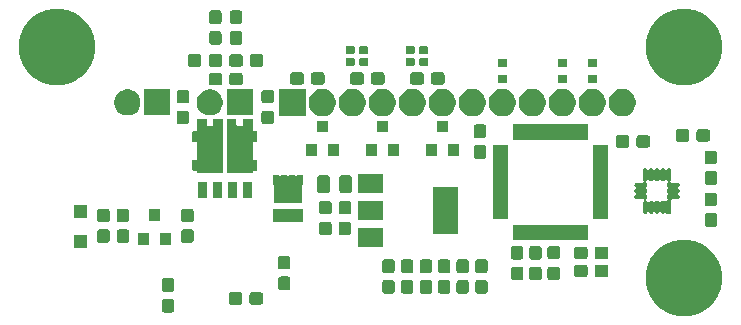
<source format=gbs>
G04 #@! TF.GenerationSoftware,KiCad,Pcbnew,5.0.2+dfsg1-1*
G04 #@! TF.CreationDate,2021-06-07T16:20:21-04:00*
G04 #@! TF.ProjectId,KyberBoard,4b796265-7242-46f6-9172-642e6b696361,rev?*
G04 #@! TF.SameCoordinates,Original*
G04 #@! TF.FileFunction,Soldermask,Bot*
G04 #@! TF.FilePolarity,Negative*
%FSLAX46Y46*%
G04 Gerber Fmt 4.6, Leading zero omitted, Abs format (unit mm)*
G04 Created by KiCad (PCBNEW 5.0.2+dfsg1-1) date Mon 07 Jun 2021 04:20:21 PM EDT*
%MOMM*%
%LPD*%
G01*
G04 APERTURE LIST*
%ADD10C,0.150000*%
G04 APERTURE END LIST*
D10*
G36*
X174175990Y-83488896D02*
X174175992Y-83488897D01*
X174175993Y-83488897D01*
X174767452Y-83733888D01*
X175299754Y-84089560D01*
X175752440Y-84542246D01*
X176068819Y-85015742D01*
X176108112Y-85074548D01*
X176349373Y-85657001D01*
X176353104Y-85666010D01*
X176478000Y-86293903D01*
X176478000Y-86934097D01*
X176353104Y-87561990D01*
X176353103Y-87561993D01*
X176216094Y-87892761D01*
X176108112Y-88153452D01*
X175752440Y-88685754D01*
X175299754Y-89138440D01*
X174840516Y-89445292D01*
X174767452Y-89494112D01*
X174175993Y-89739103D01*
X174175992Y-89739103D01*
X174175990Y-89739104D01*
X173548097Y-89864000D01*
X172907903Y-89864000D01*
X172280010Y-89739104D01*
X172280008Y-89739103D01*
X172280007Y-89739103D01*
X171688548Y-89494112D01*
X171615484Y-89445292D01*
X171156246Y-89138440D01*
X170703560Y-88685754D01*
X170347888Y-88153452D01*
X170239906Y-87892761D01*
X170102897Y-87561993D01*
X170102896Y-87561990D01*
X169978000Y-86934097D01*
X169978000Y-86293903D01*
X170102896Y-85666010D01*
X170106628Y-85657001D01*
X170347888Y-85074548D01*
X170387181Y-85015742D01*
X170703560Y-84542246D01*
X171156246Y-84089560D01*
X171688548Y-83733888D01*
X172280007Y-83488897D01*
X172280008Y-83488897D01*
X172280010Y-83488896D01*
X172907903Y-83364000D01*
X173548097Y-83364000D01*
X174175990Y-83488896D01*
X174175990Y-83488896D01*
G37*
G36*
X129893861Y-88394557D02*
X129933635Y-88406623D01*
X129970292Y-88426216D01*
X130002418Y-88452582D01*
X130028784Y-88484708D01*
X130048377Y-88521365D01*
X130060443Y-88561139D01*
X130065000Y-88607408D01*
X130065000Y-89322592D01*
X130060443Y-89368861D01*
X130048377Y-89408635D01*
X130028784Y-89445292D01*
X130002418Y-89477418D01*
X129970292Y-89503784D01*
X129933635Y-89523377D01*
X129893861Y-89535443D01*
X129847592Y-89540000D01*
X129232408Y-89540000D01*
X129186139Y-89535443D01*
X129146365Y-89523377D01*
X129109708Y-89503784D01*
X129077582Y-89477418D01*
X129051216Y-89445292D01*
X129031623Y-89408635D01*
X129019557Y-89368861D01*
X129015000Y-89322592D01*
X129015000Y-88607408D01*
X129019557Y-88561139D01*
X129031623Y-88521365D01*
X129051216Y-88484708D01*
X129077582Y-88452582D01*
X129109708Y-88426216D01*
X129146365Y-88406623D01*
X129186139Y-88394557D01*
X129232408Y-88390000D01*
X129847592Y-88390000D01*
X129893861Y-88394557D01*
X129893861Y-88394557D01*
G37*
G36*
X137422861Y-87823557D02*
X137462635Y-87835623D01*
X137499292Y-87855216D01*
X137531418Y-87881582D01*
X137557784Y-87913708D01*
X137577377Y-87950365D01*
X137589443Y-87990139D01*
X137594000Y-88036408D01*
X137594000Y-88651592D01*
X137589443Y-88697861D01*
X137577377Y-88737635D01*
X137557784Y-88774292D01*
X137531418Y-88806418D01*
X137499292Y-88832784D01*
X137462635Y-88852377D01*
X137422861Y-88864443D01*
X137376592Y-88869000D01*
X136661408Y-88869000D01*
X136615139Y-88864443D01*
X136575365Y-88852377D01*
X136538708Y-88832784D01*
X136506582Y-88806418D01*
X136480216Y-88774292D01*
X136460623Y-88737635D01*
X136448557Y-88697861D01*
X136444000Y-88651592D01*
X136444000Y-88036408D01*
X136448557Y-87990139D01*
X136460623Y-87950365D01*
X136480216Y-87913708D01*
X136506582Y-87881582D01*
X136538708Y-87855216D01*
X136575365Y-87835623D01*
X136615139Y-87823557D01*
X136661408Y-87819000D01*
X137376592Y-87819000D01*
X137422861Y-87823557D01*
X137422861Y-87823557D01*
G37*
G36*
X135672861Y-87823557D02*
X135712635Y-87835623D01*
X135749292Y-87855216D01*
X135781418Y-87881582D01*
X135807784Y-87913708D01*
X135827377Y-87950365D01*
X135839443Y-87990139D01*
X135844000Y-88036408D01*
X135844000Y-88651592D01*
X135839443Y-88697861D01*
X135827377Y-88737635D01*
X135807784Y-88774292D01*
X135781418Y-88806418D01*
X135749292Y-88832784D01*
X135712635Y-88852377D01*
X135672861Y-88864443D01*
X135626592Y-88869000D01*
X134911408Y-88869000D01*
X134865139Y-88864443D01*
X134825365Y-88852377D01*
X134788708Y-88832784D01*
X134756582Y-88806418D01*
X134730216Y-88774292D01*
X134710623Y-88737635D01*
X134698557Y-88697861D01*
X134694000Y-88651592D01*
X134694000Y-88036408D01*
X134698557Y-87990139D01*
X134710623Y-87950365D01*
X134730216Y-87913708D01*
X134756582Y-87881582D01*
X134788708Y-87855216D01*
X134825365Y-87835623D01*
X134865139Y-87823557D01*
X134911408Y-87819000D01*
X135626592Y-87819000D01*
X135672861Y-87823557D01*
X135672861Y-87823557D01*
G37*
G36*
X150159205Y-86791557D02*
X150198979Y-86803623D01*
X150235636Y-86823216D01*
X150267762Y-86849582D01*
X150294128Y-86881708D01*
X150313721Y-86918365D01*
X150325787Y-86958139D01*
X150330344Y-87004408D01*
X150330344Y-87719592D01*
X150325787Y-87765861D01*
X150313721Y-87805635D01*
X150294128Y-87842292D01*
X150267762Y-87874418D01*
X150235636Y-87900784D01*
X150198979Y-87920377D01*
X150159205Y-87932443D01*
X150112936Y-87937000D01*
X149497752Y-87937000D01*
X149451483Y-87932443D01*
X149411709Y-87920377D01*
X149375052Y-87900784D01*
X149342926Y-87874418D01*
X149316560Y-87842292D01*
X149296967Y-87805635D01*
X149284901Y-87765861D01*
X149280344Y-87719592D01*
X149280344Y-87004408D01*
X149284901Y-86958139D01*
X149296967Y-86918365D01*
X149316560Y-86881708D01*
X149342926Y-86849582D01*
X149375052Y-86823216D01*
X149411709Y-86803623D01*
X149451483Y-86791557D01*
X149497752Y-86787000D01*
X150112936Y-86787000D01*
X150159205Y-86791557D01*
X150159205Y-86791557D01*
G37*
G36*
X151737861Y-86791557D02*
X151777635Y-86803623D01*
X151814292Y-86823216D01*
X151846418Y-86849582D01*
X151872784Y-86881708D01*
X151892377Y-86918365D01*
X151904443Y-86958139D01*
X151909000Y-87004408D01*
X151909000Y-87719592D01*
X151904443Y-87765861D01*
X151892377Y-87805635D01*
X151872784Y-87842292D01*
X151846418Y-87874418D01*
X151814292Y-87900784D01*
X151777635Y-87920377D01*
X151737861Y-87932443D01*
X151691592Y-87937000D01*
X151076408Y-87937000D01*
X151030139Y-87932443D01*
X150990365Y-87920377D01*
X150953708Y-87900784D01*
X150921582Y-87874418D01*
X150895216Y-87842292D01*
X150875623Y-87805635D01*
X150863557Y-87765861D01*
X150859000Y-87719592D01*
X150859000Y-87004408D01*
X150863557Y-86958139D01*
X150875623Y-86918365D01*
X150895216Y-86881708D01*
X150921582Y-86849582D01*
X150953708Y-86823216D01*
X150990365Y-86803623D01*
X151030139Y-86791557D01*
X151076408Y-86787000D01*
X151691592Y-86787000D01*
X151737861Y-86791557D01*
X151737861Y-86791557D01*
G37*
G36*
X153287261Y-86791557D02*
X153327035Y-86803623D01*
X153363692Y-86823216D01*
X153395818Y-86849582D01*
X153422184Y-86881708D01*
X153441777Y-86918365D01*
X153453843Y-86958139D01*
X153458400Y-87004408D01*
X153458400Y-87719592D01*
X153453843Y-87765861D01*
X153441777Y-87805635D01*
X153422184Y-87842292D01*
X153395818Y-87874418D01*
X153363692Y-87900784D01*
X153327035Y-87920377D01*
X153287261Y-87932443D01*
X153240992Y-87937000D01*
X152625808Y-87937000D01*
X152579539Y-87932443D01*
X152539765Y-87920377D01*
X152503108Y-87900784D01*
X152470982Y-87874418D01*
X152444616Y-87842292D01*
X152425023Y-87805635D01*
X152412957Y-87765861D01*
X152408400Y-87719592D01*
X152408400Y-87004408D01*
X152412957Y-86958139D01*
X152425023Y-86918365D01*
X152444616Y-86881708D01*
X152470982Y-86849582D01*
X152503108Y-86823216D01*
X152539765Y-86803623D01*
X152579539Y-86791557D01*
X152625808Y-86787000D01*
X153240992Y-86787000D01*
X153287261Y-86791557D01*
X153287261Y-86791557D01*
G37*
G36*
X148562861Y-86791557D02*
X148602635Y-86803623D01*
X148639292Y-86823216D01*
X148671418Y-86849582D01*
X148697784Y-86881708D01*
X148717377Y-86918365D01*
X148729443Y-86958139D01*
X148734000Y-87004408D01*
X148734000Y-87719592D01*
X148729443Y-87765861D01*
X148717377Y-87805635D01*
X148697784Y-87842292D01*
X148671418Y-87874418D01*
X148639292Y-87900784D01*
X148602635Y-87920377D01*
X148562861Y-87932443D01*
X148516592Y-87937000D01*
X147901408Y-87937000D01*
X147855139Y-87932443D01*
X147815365Y-87920377D01*
X147778708Y-87900784D01*
X147746582Y-87874418D01*
X147720216Y-87842292D01*
X147700623Y-87805635D01*
X147688557Y-87765861D01*
X147684000Y-87719592D01*
X147684000Y-87004408D01*
X147688557Y-86958139D01*
X147700623Y-86918365D01*
X147720216Y-86881708D01*
X147746582Y-86849582D01*
X147778708Y-86823216D01*
X147815365Y-86803623D01*
X147855139Y-86791557D01*
X147901408Y-86787000D01*
X148516592Y-86787000D01*
X148562861Y-86791557D01*
X148562861Y-86791557D01*
G37*
G36*
X156436861Y-86791557D02*
X156476635Y-86803623D01*
X156513292Y-86823216D01*
X156545418Y-86849582D01*
X156571784Y-86881708D01*
X156591377Y-86918365D01*
X156603443Y-86958139D01*
X156608000Y-87004408D01*
X156608000Y-87719592D01*
X156603443Y-87765861D01*
X156591377Y-87805635D01*
X156571784Y-87842292D01*
X156545418Y-87874418D01*
X156513292Y-87900784D01*
X156476635Y-87920377D01*
X156436861Y-87932443D01*
X156390592Y-87937000D01*
X155775408Y-87937000D01*
X155729139Y-87932443D01*
X155689365Y-87920377D01*
X155652708Y-87900784D01*
X155620582Y-87874418D01*
X155594216Y-87842292D01*
X155574623Y-87805635D01*
X155562557Y-87765861D01*
X155558000Y-87719592D01*
X155558000Y-87004408D01*
X155562557Y-86958139D01*
X155574623Y-86918365D01*
X155594216Y-86881708D01*
X155620582Y-86849582D01*
X155652708Y-86823216D01*
X155689365Y-86803623D01*
X155729139Y-86791557D01*
X155775408Y-86787000D01*
X156390592Y-86787000D01*
X156436861Y-86791557D01*
X156436861Y-86791557D01*
G37*
G36*
X154849361Y-86791557D02*
X154889135Y-86803623D01*
X154925792Y-86823216D01*
X154957918Y-86849582D01*
X154984284Y-86881708D01*
X155003877Y-86918365D01*
X155015943Y-86958139D01*
X155020500Y-87004408D01*
X155020500Y-87719592D01*
X155015943Y-87765861D01*
X155003877Y-87805635D01*
X154984284Y-87842292D01*
X154957918Y-87874418D01*
X154925792Y-87900784D01*
X154889135Y-87920377D01*
X154849361Y-87932443D01*
X154803092Y-87937000D01*
X154187908Y-87937000D01*
X154141639Y-87932443D01*
X154101865Y-87920377D01*
X154065208Y-87900784D01*
X154033082Y-87874418D01*
X154006716Y-87842292D01*
X153987123Y-87805635D01*
X153975057Y-87765861D01*
X153970500Y-87719592D01*
X153970500Y-87004408D01*
X153975057Y-86958139D01*
X153987123Y-86918365D01*
X154006716Y-86881708D01*
X154033082Y-86849582D01*
X154065208Y-86823216D01*
X154101865Y-86803623D01*
X154141639Y-86791557D01*
X154187908Y-86787000D01*
X154803092Y-86787000D01*
X154849361Y-86791557D01*
X154849361Y-86791557D01*
G37*
G36*
X129893861Y-86644557D02*
X129933635Y-86656623D01*
X129970292Y-86676216D01*
X130002418Y-86702582D01*
X130028784Y-86734708D01*
X130048377Y-86771365D01*
X130060443Y-86811139D01*
X130065000Y-86857408D01*
X130065000Y-87572592D01*
X130060443Y-87618861D01*
X130048377Y-87658635D01*
X130028784Y-87695292D01*
X130002418Y-87727418D01*
X129970292Y-87753784D01*
X129933635Y-87773377D01*
X129893861Y-87785443D01*
X129847592Y-87790000D01*
X129232408Y-87790000D01*
X129186139Y-87785443D01*
X129146365Y-87773377D01*
X129109708Y-87753784D01*
X129077582Y-87727418D01*
X129051216Y-87695292D01*
X129031623Y-87658635D01*
X129019557Y-87618861D01*
X129015000Y-87572592D01*
X129015000Y-86857408D01*
X129019557Y-86811139D01*
X129031623Y-86771365D01*
X129051216Y-86734708D01*
X129077582Y-86702582D01*
X129109708Y-86676216D01*
X129146365Y-86656623D01*
X129186139Y-86644557D01*
X129232408Y-86640000D01*
X129847592Y-86640000D01*
X129893861Y-86644557D01*
X129893861Y-86644557D01*
G37*
G36*
X139736570Y-86489557D02*
X139776344Y-86501623D01*
X139813001Y-86521216D01*
X139845127Y-86547582D01*
X139871493Y-86579708D01*
X139891086Y-86616365D01*
X139903152Y-86656139D01*
X139907709Y-86702408D01*
X139907709Y-87417592D01*
X139903152Y-87463861D01*
X139891086Y-87503635D01*
X139871493Y-87540292D01*
X139845127Y-87572418D01*
X139813001Y-87598784D01*
X139776344Y-87618377D01*
X139736570Y-87630443D01*
X139690301Y-87635000D01*
X139075117Y-87635000D01*
X139028848Y-87630443D01*
X138989074Y-87618377D01*
X138952417Y-87598784D01*
X138920291Y-87572418D01*
X138893925Y-87540292D01*
X138874332Y-87503635D01*
X138862266Y-87463861D01*
X138857709Y-87417592D01*
X138857709Y-86702408D01*
X138862266Y-86656139D01*
X138874332Y-86616365D01*
X138893925Y-86579708D01*
X138920291Y-86547582D01*
X138952417Y-86521216D01*
X138989074Y-86501623D01*
X139028848Y-86489557D01*
X139075117Y-86485000D01*
X139690301Y-86485000D01*
X139736570Y-86489557D01*
X139736570Y-86489557D01*
G37*
G36*
X159459461Y-85656515D02*
X159499235Y-85668581D01*
X159535892Y-85688174D01*
X159568018Y-85714540D01*
X159594384Y-85746666D01*
X159613977Y-85783323D01*
X159626043Y-85823097D01*
X159630600Y-85869366D01*
X159630600Y-86584550D01*
X159626043Y-86630819D01*
X159613977Y-86670593D01*
X159594384Y-86707250D01*
X159568018Y-86739376D01*
X159535892Y-86765742D01*
X159499235Y-86785335D01*
X159459461Y-86797401D01*
X159413192Y-86801958D01*
X158798008Y-86801958D01*
X158751739Y-86797401D01*
X158711965Y-86785335D01*
X158675308Y-86765742D01*
X158643182Y-86739376D01*
X158616816Y-86707250D01*
X158597223Y-86670593D01*
X158585157Y-86630819D01*
X158580600Y-86584550D01*
X158580600Y-85869366D01*
X158585157Y-85823097D01*
X158597223Y-85783323D01*
X158616816Y-85746666D01*
X158643182Y-85714540D01*
X158675308Y-85688174D01*
X158711965Y-85668581D01*
X158751739Y-85656515D01*
X158798008Y-85651958D01*
X159413192Y-85651958D01*
X159459461Y-85656515D01*
X159459461Y-85656515D01*
G37*
G36*
X161008861Y-85656514D02*
X161048635Y-85668580D01*
X161085292Y-85688173D01*
X161117418Y-85714539D01*
X161143784Y-85746665D01*
X161163377Y-85783322D01*
X161175443Y-85823096D01*
X161180000Y-85869365D01*
X161180000Y-86584549D01*
X161175443Y-86630818D01*
X161163377Y-86670592D01*
X161143784Y-86707249D01*
X161117418Y-86739375D01*
X161085292Y-86765741D01*
X161048635Y-86785334D01*
X161008861Y-86797400D01*
X160962592Y-86801957D01*
X160347408Y-86801957D01*
X160301139Y-86797400D01*
X160261365Y-86785334D01*
X160224708Y-86765741D01*
X160192582Y-86739375D01*
X160166216Y-86707249D01*
X160146623Y-86670592D01*
X160134557Y-86630818D01*
X160130000Y-86584549D01*
X160130000Y-85869365D01*
X160134557Y-85823096D01*
X160146623Y-85783322D01*
X160166216Y-85746665D01*
X160192582Y-85714539D01*
X160224708Y-85688173D01*
X160261365Y-85668580D01*
X160301139Y-85656514D01*
X160347408Y-85651957D01*
X160962592Y-85651957D01*
X161008861Y-85656514D01*
X161008861Y-85656514D01*
G37*
G36*
X162556012Y-85648557D02*
X162595786Y-85660623D01*
X162632443Y-85680216D01*
X162664569Y-85706582D01*
X162690935Y-85738708D01*
X162710528Y-85775365D01*
X162722594Y-85815139D01*
X162727151Y-85861408D01*
X162727151Y-86576592D01*
X162722594Y-86622861D01*
X162710528Y-86662635D01*
X162690935Y-86699292D01*
X162664569Y-86731418D01*
X162632443Y-86757784D01*
X162595786Y-86777377D01*
X162556012Y-86789443D01*
X162509743Y-86794000D01*
X161894559Y-86794000D01*
X161848290Y-86789443D01*
X161808516Y-86777377D01*
X161771859Y-86757784D01*
X161739733Y-86731418D01*
X161713367Y-86699292D01*
X161693774Y-86662635D01*
X161681708Y-86622861D01*
X161677151Y-86576592D01*
X161677151Y-85861408D01*
X161681708Y-85815139D01*
X161693774Y-85775365D01*
X161713367Y-85738708D01*
X161739733Y-85706582D01*
X161771859Y-85680216D01*
X161808516Y-85660623D01*
X161848290Y-85648557D01*
X161894559Y-85644000D01*
X162509743Y-85644000D01*
X162556012Y-85648557D01*
X162556012Y-85648557D01*
G37*
G36*
X164904412Y-85483957D02*
X164944186Y-85496023D01*
X164980843Y-85515616D01*
X165012969Y-85541982D01*
X165039335Y-85574108D01*
X165058928Y-85610765D01*
X165070994Y-85650539D01*
X165075551Y-85696808D01*
X165075551Y-86311992D01*
X165070994Y-86358261D01*
X165058928Y-86398035D01*
X165039335Y-86434692D01*
X165012969Y-86466818D01*
X164980843Y-86493184D01*
X164944186Y-86512777D01*
X164904412Y-86524843D01*
X164858143Y-86529400D01*
X164142959Y-86529400D01*
X164096690Y-86524843D01*
X164056916Y-86512777D01*
X164020259Y-86493184D01*
X163988133Y-86466818D01*
X163961767Y-86434692D01*
X163942174Y-86398035D01*
X163930108Y-86358261D01*
X163925551Y-86311992D01*
X163925551Y-85696808D01*
X163930108Y-85650539D01*
X163942174Y-85610765D01*
X163961767Y-85574108D01*
X163988133Y-85541982D01*
X164020259Y-85515616D01*
X164056916Y-85496023D01*
X164096690Y-85483957D01*
X164142959Y-85479400D01*
X164858143Y-85479400D01*
X164904412Y-85483957D01*
X164904412Y-85483957D01*
G37*
G36*
X166654410Y-85483957D02*
X166694184Y-85496023D01*
X166730841Y-85515616D01*
X166762967Y-85541982D01*
X166789333Y-85574108D01*
X166808926Y-85610765D01*
X166820992Y-85650539D01*
X166825549Y-85696808D01*
X166825549Y-86311992D01*
X166820992Y-86358261D01*
X166808926Y-86398035D01*
X166789333Y-86434692D01*
X166762967Y-86466818D01*
X166730841Y-86493184D01*
X166694184Y-86512777D01*
X166654410Y-86524843D01*
X166608141Y-86529400D01*
X165892957Y-86529400D01*
X165846688Y-86524843D01*
X165806914Y-86512777D01*
X165770257Y-86493184D01*
X165738131Y-86466818D01*
X165711765Y-86434692D01*
X165692172Y-86398035D01*
X165680106Y-86358261D01*
X165675549Y-86311992D01*
X165675549Y-85696808D01*
X165680106Y-85650539D01*
X165692172Y-85610765D01*
X165711765Y-85574108D01*
X165738131Y-85541982D01*
X165770257Y-85515616D01*
X165806914Y-85496023D01*
X165846688Y-85483957D01*
X165892957Y-85479400D01*
X166608141Y-85479400D01*
X166654410Y-85483957D01*
X166654410Y-85483957D01*
G37*
G36*
X148562861Y-85041557D02*
X148602635Y-85053623D01*
X148639292Y-85073216D01*
X148671418Y-85099582D01*
X148697784Y-85131708D01*
X148717377Y-85168365D01*
X148729443Y-85208139D01*
X148734000Y-85254408D01*
X148734000Y-85969592D01*
X148729443Y-86015861D01*
X148717377Y-86055635D01*
X148697784Y-86092292D01*
X148671418Y-86124418D01*
X148639292Y-86150784D01*
X148602635Y-86170377D01*
X148562861Y-86182443D01*
X148516592Y-86187000D01*
X147901408Y-86187000D01*
X147855139Y-86182443D01*
X147815365Y-86170377D01*
X147778708Y-86150784D01*
X147746582Y-86124418D01*
X147720216Y-86092292D01*
X147700623Y-86055635D01*
X147688557Y-86015861D01*
X147684000Y-85969592D01*
X147684000Y-85254408D01*
X147688557Y-85208139D01*
X147700623Y-85168365D01*
X147720216Y-85131708D01*
X147746582Y-85099582D01*
X147778708Y-85073216D01*
X147815365Y-85053623D01*
X147855139Y-85041557D01*
X147901408Y-85037000D01*
X148516592Y-85037000D01*
X148562861Y-85041557D01*
X148562861Y-85041557D01*
G37*
G36*
X150159205Y-85041557D02*
X150198979Y-85053623D01*
X150235636Y-85073216D01*
X150267762Y-85099582D01*
X150294128Y-85131708D01*
X150313721Y-85168365D01*
X150325787Y-85208139D01*
X150330344Y-85254408D01*
X150330344Y-85969592D01*
X150325787Y-86015861D01*
X150313721Y-86055635D01*
X150294128Y-86092292D01*
X150267762Y-86124418D01*
X150235636Y-86150784D01*
X150198979Y-86170377D01*
X150159205Y-86182443D01*
X150112936Y-86187000D01*
X149497752Y-86187000D01*
X149451483Y-86182443D01*
X149411709Y-86170377D01*
X149375052Y-86150784D01*
X149342926Y-86124418D01*
X149316560Y-86092292D01*
X149296967Y-86055635D01*
X149284901Y-86015861D01*
X149280344Y-85969592D01*
X149280344Y-85254408D01*
X149284901Y-85208139D01*
X149296967Y-85168365D01*
X149316560Y-85131708D01*
X149342926Y-85099582D01*
X149375052Y-85073216D01*
X149411709Y-85053623D01*
X149451483Y-85041557D01*
X149497752Y-85037000D01*
X150112936Y-85037000D01*
X150159205Y-85041557D01*
X150159205Y-85041557D01*
G37*
G36*
X156436861Y-85041557D02*
X156476635Y-85053623D01*
X156513292Y-85073216D01*
X156545418Y-85099582D01*
X156571784Y-85131708D01*
X156591377Y-85168365D01*
X156603443Y-85208139D01*
X156608000Y-85254408D01*
X156608000Y-85969592D01*
X156603443Y-86015861D01*
X156591377Y-86055635D01*
X156571784Y-86092292D01*
X156545418Y-86124418D01*
X156513292Y-86150784D01*
X156476635Y-86170377D01*
X156436861Y-86182443D01*
X156390592Y-86187000D01*
X155775408Y-86187000D01*
X155729139Y-86182443D01*
X155689365Y-86170377D01*
X155652708Y-86150784D01*
X155620582Y-86124418D01*
X155594216Y-86092292D01*
X155574623Y-86055635D01*
X155562557Y-86015861D01*
X155558000Y-85969592D01*
X155558000Y-85254408D01*
X155562557Y-85208139D01*
X155574623Y-85168365D01*
X155594216Y-85131708D01*
X155620582Y-85099582D01*
X155652708Y-85073216D01*
X155689365Y-85053623D01*
X155729139Y-85041557D01*
X155775408Y-85037000D01*
X156390592Y-85037000D01*
X156436861Y-85041557D01*
X156436861Y-85041557D01*
G37*
G36*
X154849361Y-85041557D02*
X154889135Y-85053623D01*
X154925792Y-85073216D01*
X154957918Y-85099582D01*
X154984284Y-85131708D01*
X155003877Y-85168365D01*
X155015943Y-85208139D01*
X155020500Y-85254408D01*
X155020500Y-85969592D01*
X155015943Y-86015861D01*
X155003877Y-86055635D01*
X154984284Y-86092292D01*
X154957918Y-86124418D01*
X154925792Y-86150784D01*
X154889135Y-86170377D01*
X154849361Y-86182443D01*
X154803092Y-86187000D01*
X154187908Y-86187000D01*
X154141639Y-86182443D01*
X154101865Y-86170377D01*
X154065208Y-86150784D01*
X154033082Y-86124418D01*
X154006716Y-86092292D01*
X153987123Y-86055635D01*
X153975057Y-86015861D01*
X153970500Y-85969592D01*
X153970500Y-85254408D01*
X153975057Y-85208139D01*
X153987123Y-85168365D01*
X154006716Y-85131708D01*
X154033082Y-85099582D01*
X154065208Y-85073216D01*
X154101865Y-85053623D01*
X154141639Y-85041557D01*
X154187908Y-85037000D01*
X154803092Y-85037000D01*
X154849361Y-85041557D01*
X154849361Y-85041557D01*
G37*
G36*
X153287261Y-85041557D02*
X153327035Y-85053623D01*
X153363692Y-85073216D01*
X153395818Y-85099582D01*
X153422184Y-85131708D01*
X153441777Y-85168365D01*
X153453843Y-85208139D01*
X153458400Y-85254408D01*
X153458400Y-85969592D01*
X153453843Y-86015861D01*
X153441777Y-86055635D01*
X153422184Y-86092292D01*
X153395818Y-86124418D01*
X153363692Y-86150784D01*
X153327035Y-86170377D01*
X153287261Y-86182443D01*
X153240992Y-86187000D01*
X152625808Y-86187000D01*
X152579539Y-86182443D01*
X152539765Y-86170377D01*
X152503108Y-86150784D01*
X152470982Y-86124418D01*
X152444616Y-86092292D01*
X152425023Y-86055635D01*
X152412957Y-86015861D01*
X152408400Y-85969592D01*
X152408400Y-85254408D01*
X152412957Y-85208139D01*
X152425023Y-85168365D01*
X152444616Y-85131708D01*
X152470982Y-85099582D01*
X152503108Y-85073216D01*
X152539765Y-85053623D01*
X152579539Y-85041557D01*
X152625808Y-85037000D01*
X153240992Y-85037000D01*
X153287261Y-85041557D01*
X153287261Y-85041557D01*
G37*
G36*
X151737861Y-85041557D02*
X151777635Y-85053623D01*
X151814292Y-85073216D01*
X151846418Y-85099582D01*
X151872784Y-85131708D01*
X151892377Y-85168365D01*
X151904443Y-85208139D01*
X151909000Y-85254408D01*
X151909000Y-85969592D01*
X151904443Y-86015861D01*
X151892377Y-86055635D01*
X151872784Y-86092292D01*
X151846418Y-86124418D01*
X151814292Y-86150784D01*
X151777635Y-86170377D01*
X151737861Y-86182443D01*
X151691592Y-86187000D01*
X151076408Y-86187000D01*
X151030139Y-86182443D01*
X150990365Y-86170377D01*
X150953708Y-86150784D01*
X150921582Y-86124418D01*
X150895216Y-86092292D01*
X150875623Y-86055635D01*
X150863557Y-86015861D01*
X150859000Y-85969592D01*
X150859000Y-85254408D01*
X150863557Y-85208139D01*
X150875623Y-85168365D01*
X150895216Y-85131708D01*
X150921582Y-85099582D01*
X150953708Y-85073216D01*
X150990365Y-85053623D01*
X151030139Y-85041557D01*
X151076408Y-85037000D01*
X151691592Y-85037000D01*
X151737861Y-85041557D01*
X151737861Y-85041557D01*
G37*
G36*
X139736570Y-84739557D02*
X139776344Y-84751623D01*
X139813001Y-84771216D01*
X139845127Y-84797582D01*
X139871493Y-84829708D01*
X139891086Y-84866365D01*
X139903152Y-84906139D01*
X139907709Y-84952408D01*
X139907709Y-85667592D01*
X139903152Y-85713861D01*
X139891086Y-85753635D01*
X139871493Y-85790292D01*
X139845127Y-85822418D01*
X139813001Y-85848784D01*
X139776344Y-85868377D01*
X139736570Y-85880443D01*
X139690301Y-85885000D01*
X139075117Y-85885000D01*
X139028848Y-85880443D01*
X138989074Y-85868377D01*
X138952417Y-85848784D01*
X138920291Y-85822418D01*
X138893925Y-85790292D01*
X138874332Y-85753635D01*
X138862266Y-85713861D01*
X138857709Y-85667592D01*
X138857709Y-84952408D01*
X138862266Y-84906139D01*
X138874332Y-84866365D01*
X138893925Y-84829708D01*
X138920291Y-84797582D01*
X138952417Y-84771216D01*
X138989074Y-84751623D01*
X139028848Y-84739557D01*
X139075117Y-84735000D01*
X139690301Y-84735000D01*
X139736570Y-84739557D01*
X139736570Y-84739557D01*
G37*
G36*
X159459461Y-83906515D02*
X159499235Y-83918581D01*
X159535892Y-83938174D01*
X159568018Y-83964540D01*
X159594384Y-83996666D01*
X159613977Y-84033323D01*
X159626043Y-84073097D01*
X159630600Y-84119366D01*
X159630600Y-84834550D01*
X159626043Y-84880819D01*
X159613977Y-84920593D01*
X159594384Y-84957250D01*
X159568018Y-84989376D01*
X159535892Y-85015742D01*
X159499235Y-85035335D01*
X159459461Y-85047401D01*
X159413192Y-85051958D01*
X158798008Y-85051958D01*
X158751739Y-85047401D01*
X158711965Y-85035335D01*
X158675308Y-85015742D01*
X158643182Y-84989376D01*
X158616816Y-84957250D01*
X158597223Y-84920593D01*
X158585157Y-84880819D01*
X158580600Y-84834550D01*
X158580600Y-84119366D01*
X158585157Y-84073097D01*
X158597223Y-84033323D01*
X158616816Y-83996666D01*
X158643182Y-83964540D01*
X158675308Y-83938174D01*
X158711965Y-83918581D01*
X158751739Y-83906515D01*
X158798008Y-83901958D01*
X159413192Y-83901958D01*
X159459461Y-83906515D01*
X159459461Y-83906515D01*
G37*
G36*
X161008861Y-83906514D02*
X161048635Y-83918580D01*
X161085292Y-83938173D01*
X161117418Y-83964539D01*
X161143784Y-83996665D01*
X161163377Y-84033322D01*
X161175443Y-84073096D01*
X161180000Y-84119365D01*
X161180000Y-84834549D01*
X161175443Y-84880818D01*
X161163377Y-84920592D01*
X161143784Y-84957249D01*
X161117418Y-84989375D01*
X161085292Y-85015741D01*
X161048635Y-85035334D01*
X161008861Y-85047400D01*
X160962592Y-85051957D01*
X160347408Y-85051957D01*
X160301139Y-85047400D01*
X160261365Y-85035334D01*
X160224708Y-85015741D01*
X160192582Y-84989375D01*
X160166216Y-84957249D01*
X160146623Y-84920592D01*
X160134557Y-84880818D01*
X160130000Y-84834549D01*
X160130000Y-84119365D01*
X160134557Y-84073096D01*
X160146623Y-84033322D01*
X160166216Y-83996665D01*
X160192582Y-83964539D01*
X160224708Y-83938173D01*
X160261365Y-83918580D01*
X160301139Y-83906514D01*
X160347408Y-83901957D01*
X160962592Y-83901957D01*
X161008861Y-83906514D01*
X161008861Y-83906514D01*
G37*
G36*
X162556012Y-83898557D02*
X162595786Y-83910623D01*
X162632443Y-83930216D01*
X162664569Y-83956582D01*
X162690935Y-83988708D01*
X162710528Y-84025365D01*
X162722594Y-84065139D01*
X162727151Y-84111408D01*
X162727151Y-84826592D01*
X162722594Y-84872861D01*
X162710528Y-84912635D01*
X162690935Y-84949292D01*
X162664569Y-84981418D01*
X162632443Y-85007784D01*
X162595786Y-85027377D01*
X162556012Y-85039443D01*
X162509743Y-85044000D01*
X161894559Y-85044000D01*
X161848290Y-85039443D01*
X161808516Y-85027377D01*
X161771859Y-85007784D01*
X161739733Y-84981418D01*
X161713367Y-84949292D01*
X161693774Y-84912635D01*
X161681708Y-84872861D01*
X161677151Y-84826592D01*
X161677151Y-84111408D01*
X161681708Y-84065139D01*
X161693774Y-84025365D01*
X161713367Y-83988708D01*
X161739733Y-83956582D01*
X161771859Y-83930216D01*
X161808516Y-83910623D01*
X161848290Y-83898557D01*
X161894559Y-83894000D01*
X162509743Y-83894000D01*
X162556012Y-83898557D01*
X162556012Y-83898557D01*
G37*
G36*
X164904412Y-83959957D02*
X164944186Y-83972023D01*
X164980843Y-83991616D01*
X165012969Y-84017982D01*
X165039335Y-84050108D01*
X165058928Y-84086765D01*
X165070994Y-84126539D01*
X165075551Y-84172808D01*
X165075551Y-84787992D01*
X165070994Y-84834261D01*
X165058928Y-84874035D01*
X165039335Y-84910692D01*
X165012969Y-84942818D01*
X164980843Y-84969184D01*
X164944186Y-84988777D01*
X164904412Y-85000843D01*
X164858143Y-85005400D01*
X164142959Y-85005400D01*
X164096690Y-85000843D01*
X164056916Y-84988777D01*
X164020259Y-84969184D01*
X163988133Y-84942818D01*
X163961767Y-84910692D01*
X163942174Y-84874035D01*
X163930108Y-84834261D01*
X163925551Y-84787992D01*
X163925551Y-84172808D01*
X163930108Y-84126539D01*
X163942174Y-84086765D01*
X163961767Y-84050108D01*
X163988133Y-84017982D01*
X164020259Y-83991616D01*
X164056916Y-83972023D01*
X164096690Y-83959957D01*
X164142959Y-83955400D01*
X164858143Y-83955400D01*
X164904412Y-83959957D01*
X164904412Y-83959957D01*
G37*
G36*
X166654410Y-83959957D02*
X166694184Y-83972023D01*
X166730841Y-83991616D01*
X166762967Y-84017982D01*
X166789333Y-84050108D01*
X166808926Y-84086765D01*
X166820992Y-84126539D01*
X166825549Y-84172808D01*
X166825549Y-84787992D01*
X166820992Y-84834261D01*
X166808926Y-84874035D01*
X166789333Y-84910692D01*
X166762967Y-84942818D01*
X166730841Y-84969184D01*
X166694184Y-84988777D01*
X166654410Y-85000843D01*
X166608141Y-85005400D01*
X165892957Y-85005400D01*
X165846688Y-85000843D01*
X165806914Y-84988777D01*
X165770257Y-84969184D01*
X165738131Y-84942818D01*
X165711765Y-84910692D01*
X165692172Y-84874035D01*
X165680106Y-84834261D01*
X165675549Y-84787992D01*
X165675549Y-84172808D01*
X165680106Y-84126539D01*
X165692172Y-84086765D01*
X165711765Y-84050108D01*
X165738131Y-84017982D01*
X165770257Y-83991616D01*
X165806914Y-83972023D01*
X165846688Y-83959957D01*
X165892957Y-83955400D01*
X166608141Y-83955400D01*
X166654410Y-83959957D01*
X166654410Y-83959957D01*
G37*
G36*
X122724000Y-84048000D02*
X121624000Y-84048000D01*
X121624000Y-82948000D01*
X122724000Y-82948000D01*
X122724000Y-84048000D01*
X122724000Y-84048000D01*
G37*
G36*
X147760000Y-83999000D02*
X145660000Y-83999000D01*
X145660000Y-82399000D01*
X147760000Y-82399000D01*
X147760000Y-83999000D01*
X147760000Y-83999000D01*
G37*
G36*
X129797000Y-83796000D02*
X128897000Y-83796000D01*
X128897000Y-82796000D01*
X129797000Y-82796000D01*
X129797000Y-83796000D01*
X129797000Y-83796000D01*
G37*
G36*
X127897000Y-83796000D02*
X126997000Y-83796000D01*
X126997000Y-82796000D01*
X127897000Y-82796000D01*
X127897000Y-83796000D01*
X127897000Y-83796000D01*
G37*
G36*
X131544861Y-82497557D02*
X131584635Y-82509623D01*
X131621292Y-82529216D01*
X131653418Y-82555582D01*
X131679784Y-82587708D01*
X131699377Y-82624365D01*
X131711443Y-82664139D01*
X131716000Y-82710408D01*
X131716000Y-83425592D01*
X131711443Y-83471861D01*
X131699377Y-83511635D01*
X131679784Y-83548292D01*
X131653418Y-83580418D01*
X131621292Y-83606784D01*
X131584635Y-83626377D01*
X131544861Y-83638443D01*
X131498592Y-83643000D01*
X130883408Y-83643000D01*
X130837139Y-83638443D01*
X130797365Y-83626377D01*
X130760708Y-83606784D01*
X130728582Y-83580418D01*
X130702216Y-83548292D01*
X130682623Y-83511635D01*
X130670557Y-83471861D01*
X130666000Y-83425592D01*
X130666000Y-82710408D01*
X130670557Y-82664139D01*
X130682623Y-82624365D01*
X130702216Y-82587708D01*
X130728582Y-82555582D01*
X130760708Y-82529216D01*
X130797365Y-82509623D01*
X130837139Y-82497557D01*
X130883408Y-82493000D01*
X131498592Y-82493000D01*
X131544861Y-82497557D01*
X131544861Y-82497557D01*
G37*
G36*
X124432861Y-82497557D02*
X124472635Y-82509623D01*
X124509292Y-82529216D01*
X124541418Y-82555582D01*
X124567784Y-82587708D01*
X124587377Y-82624365D01*
X124599443Y-82664139D01*
X124604000Y-82710408D01*
X124604000Y-83425592D01*
X124599443Y-83471861D01*
X124587377Y-83511635D01*
X124567784Y-83548292D01*
X124541418Y-83580418D01*
X124509292Y-83606784D01*
X124472635Y-83626377D01*
X124432861Y-83638443D01*
X124386592Y-83643000D01*
X123771408Y-83643000D01*
X123725139Y-83638443D01*
X123685365Y-83626377D01*
X123648708Y-83606784D01*
X123616582Y-83580418D01*
X123590216Y-83548292D01*
X123570623Y-83511635D01*
X123558557Y-83471861D01*
X123554000Y-83425592D01*
X123554000Y-82710408D01*
X123558557Y-82664139D01*
X123570623Y-82624365D01*
X123590216Y-82587708D01*
X123616582Y-82555582D01*
X123648708Y-82529216D01*
X123685365Y-82509623D01*
X123725139Y-82497557D01*
X123771408Y-82493000D01*
X124386592Y-82493000D01*
X124432861Y-82497557D01*
X124432861Y-82497557D01*
G37*
G36*
X126083861Y-82497557D02*
X126123635Y-82509623D01*
X126160292Y-82529216D01*
X126192418Y-82555582D01*
X126218784Y-82587708D01*
X126238377Y-82624365D01*
X126250443Y-82664139D01*
X126255000Y-82710408D01*
X126255000Y-83425592D01*
X126250443Y-83471861D01*
X126238377Y-83511635D01*
X126218784Y-83548292D01*
X126192418Y-83580418D01*
X126160292Y-83606784D01*
X126123635Y-83626377D01*
X126083861Y-83638443D01*
X126037592Y-83643000D01*
X125422408Y-83643000D01*
X125376139Y-83638443D01*
X125336365Y-83626377D01*
X125299708Y-83606784D01*
X125267582Y-83580418D01*
X125241216Y-83548292D01*
X125221623Y-83511635D01*
X125209557Y-83471861D01*
X125205000Y-83425592D01*
X125205000Y-82710408D01*
X125209557Y-82664139D01*
X125221623Y-82624365D01*
X125241216Y-82587708D01*
X125267582Y-82555582D01*
X125299708Y-82529216D01*
X125336365Y-82509623D01*
X125376139Y-82497557D01*
X125422408Y-82493000D01*
X126037592Y-82493000D01*
X126083861Y-82497557D01*
X126083861Y-82497557D01*
G37*
G36*
X165079151Y-83394956D02*
X158779151Y-83394956D01*
X158779151Y-82094956D01*
X165079151Y-82094956D01*
X165079151Y-83394956D01*
X165079151Y-83394956D01*
G37*
G36*
X143228861Y-81838557D02*
X143268635Y-81850623D01*
X143305292Y-81870216D01*
X143337418Y-81896582D01*
X143363784Y-81928708D01*
X143383377Y-81965365D01*
X143395443Y-82005139D01*
X143400000Y-82051408D01*
X143400000Y-82766592D01*
X143395443Y-82812861D01*
X143383377Y-82852635D01*
X143363784Y-82889292D01*
X143337418Y-82921418D01*
X143305292Y-82947784D01*
X143268635Y-82967377D01*
X143228861Y-82979443D01*
X143182592Y-82984000D01*
X142567408Y-82984000D01*
X142521139Y-82979443D01*
X142481365Y-82967377D01*
X142444708Y-82947784D01*
X142412582Y-82921418D01*
X142386216Y-82889292D01*
X142366623Y-82852635D01*
X142354557Y-82812861D01*
X142350000Y-82766592D01*
X142350000Y-82051408D01*
X142354557Y-82005139D01*
X142366623Y-81965365D01*
X142386216Y-81928708D01*
X142412582Y-81896582D01*
X142444708Y-81870216D01*
X142481365Y-81850623D01*
X142521139Y-81838557D01*
X142567408Y-81834000D01*
X143182592Y-81834000D01*
X143228861Y-81838557D01*
X143228861Y-81838557D01*
G37*
G36*
X144879861Y-81838557D02*
X144919635Y-81850623D01*
X144956292Y-81870216D01*
X144988418Y-81896582D01*
X145014784Y-81928708D01*
X145034377Y-81965365D01*
X145046443Y-82005139D01*
X145051000Y-82051408D01*
X145051000Y-82766592D01*
X145046443Y-82812861D01*
X145034377Y-82852635D01*
X145014784Y-82889292D01*
X144988418Y-82921418D01*
X144956292Y-82947784D01*
X144919635Y-82967377D01*
X144879861Y-82979443D01*
X144833592Y-82984000D01*
X144218408Y-82984000D01*
X144172139Y-82979443D01*
X144132365Y-82967377D01*
X144095708Y-82947784D01*
X144063582Y-82921418D01*
X144037216Y-82889292D01*
X144017623Y-82852635D01*
X144005557Y-82812861D01*
X144001000Y-82766592D01*
X144001000Y-82051408D01*
X144005557Y-82005139D01*
X144017623Y-81965365D01*
X144037216Y-81928708D01*
X144063582Y-81896582D01*
X144095708Y-81870216D01*
X144132365Y-81850623D01*
X144172139Y-81838557D01*
X144218408Y-81834000D01*
X144833592Y-81834000D01*
X144879861Y-81838557D01*
X144879861Y-81838557D01*
G37*
G36*
X154060000Y-82849000D02*
X151960000Y-82849000D01*
X151960000Y-78949000D01*
X154060000Y-78949000D01*
X154060000Y-82849000D01*
X154060000Y-82849000D01*
G37*
G36*
X175867861Y-81140057D02*
X175907635Y-81152123D01*
X175944292Y-81171716D01*
X175976418Y-81198082D01*
X176002784Y-81230208D01*
X176022377Y-81266865D01*
X176034443Y-81306639D01*
X176039000Y-81352908D01*
X176039000Y-82068092D01*
X176034443Y-82114361D01*
X176022377Y-82154135D01*
X176002784Y-82190792D01*
X175976418Y-82222918D01*
X175944292Y-82249284D01*
X175907635Y-82268877D01*
X175867861Y-82280943D01*
X175821592Y-82285500D01*
X175206408Y-82285500D01*
X175160139Y-82280943D01*
X175120365Y-82268877D01*
X175083708Y-82249284D01*
X175051582Y-82222918D01*
X175025216Y-82190792D01*
X175005623Y-82154135D01*
X174993557Y-82114361D01*
X174989000Y-82068092D01*
X174989000Y-81352908D01*
X174993557Y-81306639D01*
X175005623Y-81266865D01*
X175025216Y-81230208D01*
X175051582Y-81198082D01*
X175083708Y-81171716D01*
X175120365Y-81152123D01*
X175160139Y-81140057D01*
X175206408Y-81135500D01*
X175821592Y-81135500D01*
X175867861Y-81140057D01*
X175867861Y-81140057D01*
G37*
G36*
X126083861Y-80747557D02*
X126123635Y-80759623D01*
X126160292Y-80779216D01*
X126192418Y-80805582D01*
X126218784Y-80837708D01*
X126238377Y-80874365D01*
X126250443Y-80914139D01*
X126255000Y-80960408D01*
X126255000Y-81675592D01*
X126250443Y-81721861D01*
X126238377Y-81761635D01*
X126218784Y-81798292D01*
X126192418Y-81830418D01*
X126160292Y-81856784D01*
X126123635Y-81876377D01*
X126083861Y-81888443D01*
X126037592Y-81893000D01*
X125422408Y-81893000D01*
X125376139Y-81888443D01*
X125336365Y-81876377D01*
X125299708Y-81856784D01*
X125267582Y-81830418D01*
X125241216Y-81798292D01*
X125221623Y-81761635D01*
X125209557Y-81721861D01*
X125205000Y-81675592D01*
X125205000Y-80960408D01*
X125209557Y-80914139D01*
X125221623Y-80874365D01*
X125241216Y-80837708D01*
X125267582Y-80805582D01*
X125299708Y-80779216D01*
X125336365Y-80759623D01*
X125376139Y-80747557D01*
X125422408Y-80743000D01*
X126037592Y-80743000D01*
X126083861Y-80747557D01*
X126083861Y-80747557D01*
G37*
G36*
X124432861Y-80747557D02*
X124472635Y-80759623D01*
X124509292Y-80779216D01*
X124541418Y-80805582D01*
X124567784Y-80837708D01*
X124587377Y-80874365D01*
X124599443Y-80914139D01*
X124604000Y-80960408D01*
X124604000Y-81675592D01*
X124599443Y-81721861D01*
X124587377Y-81761635D01*
X124567784Y-81798292D01*
X124541418Y-81830418D01*
X124509292Y-81856784D01*
X124472635Y-81876377D01*
X124432861Y-81888443D01*
X124386592Y-81893000D01*
X123771408Y-81893000D01*
X123725139Y-81888443D01*
X123685365Y-81876377D01*
X123648708Y-81856784D01*
X123616582Y-81830418D01*
X123590216Y-81798292D01*
X123570623Y-81761635D01*
X123558557Y-81721861D01*
X123554000Y-81675592D01*
X123554000Y-80960408D01*
X123558557Y-80914139D01*
X123570623Y-80874365D01*
X123590216Y-80837708D01*
X123616582Y-80805582D01*
X123648708Y-80779216D01*
X123685365Y-80759623D01*
X123725139Y-80747557D01*
X123771408Y-80743000D01*
X124386592Y-80743000D01*
X124432861Y-80747557D01*
X124432861Y-80747557D01*
G37*
G36*
X131544861Y-80747557D02*
X131584635Y-80759623D01*
X131621292Y-80779216D01*
X131653418Y-80805582D01*
X131679784Y-80837708D01*
X131699377Y-80874365D01*
X131711443Y-80914139D01*
X131716000Y-80960408D01*
X131716000Y-81675592D01*
X131711443Y-81721861D01*
X131699377Y-81761635D01*
X131679784Y-81798292D01*
X131653418Y-81830418D01*
X131621292Y-81856784D01*
X131584635Y-81876377D01*
X131544861Y-81888443D01*
X131498592Y-81893000D01*
X130883408Y-81893000D01*
X130837139Y-81888443D01*
X130797365Y-81876377D01*
X130760708Y-81856784D01*
X130728582Y-81830418D01*
X130702216Y-81798292D01*
X130682623Y-81761635D01*
X130670557Y-81721861D01*
X130666000Y-81675592D01*
X130666000Y-80960408D01*
X130670557Y-80914139D01*
X130682623Y-80874365D01*
X130702216Y-80837708D01*
X130728582Y-80805582D01*
X130760708Y-80779216D01*
X130797365Y-80759623D01*
X130837139Y-80747557D01*
X130883408Y-80743000D01*
X131498592Y-80743000D01*
X131544861Y-80747557D01*
X131544861Y-80747557D01*
G37*
G36*
X140942500Y-81863000D02*
X138457500Y-81863000D01*
X138457500Y-80773000D01*
X140942500Y-80773000D01*
X140942500Y-81863000D01*
X140942500Y-81863000D01*
G37*
G36*
X128847000Y-81796000D02*
X127947000Y-81796000D01*
X127947000Y-80796000D01*
X128847000Y-80796000D01*
X128847000Y-81796000D01*
X128847000Y-81796000D01*
G37*
G36*
X147760000Y-81699000D02*
X145660000Y-81699000D01*
X145660000Y-80099000D01*
X147760000Y-80099000D01*
X147760000Y-81699000D01*
X147760000Y-81699000D01*
G37*
G36*
X166829151Y-81644956D02*
X165529151Y-81644956D01*
X165529151Y-75344956D01*
X166829151Y-75344956D01*
X166829151Y-81644956D01*
X166829151Y-81644956D01*
G37*
G36*
X158329151Y-81644956D02*
X157029151Y-81644956D01*
X157029151Y-75344956D01*
X158329151Y-75344956D01*
X158329151Y-81644956D01*
X158329151Y-81644956D01*
G37*
G36*
X122724000Y-81548000D02*
X121624000Y-81548000D01*
X121624000Y-80448000D01*
X122724000Y-80448000D01*
X122724000Y-81548000D01*
X122724000Y-81548000D01*
G37*
G36*
X144879861Y-80088557D02*
X144919635Y-80100623D01*
X144956292Y-80120216D01*
X144988418Y-80146582D01*
X145014784Y-80178708D01*
X145034377Y-80215365D01*
X145046443Y-80255139D01*
X145051000Y-80301408D01*
X145051000Y-81016592D01*
X145046443Y-81062861D01*
X145034377Y-81102635D01*
X145014784Y-81139292D01*
X144988418Y-81171418D01*
X144956292Y-81197784D01*
X144919635Y-81217377D01*
X144879861Y-81229443D01*
X144833592Y-81234000D01*
X144218408Y-81234000D01*
X144172139Y-81229443D01*
X144132365Y-81217377D01*
X144095708Y-81197784D01*
X144063582Y-81171418D01*
X144037216Y-81139292D01*
X144017623Y-81102635D01*
X144005557Y-81062861D01*
X144001000Y-81016592D01*
X144001000Y-80301408D01*
X144005557Y-80255139D01*
X144017623Y-80215365D01*
X144037216Y-80178708D01*
X144063582Y-80146582D01*
X144095708Y-80120216D01*
X144132365Y-80100623D01*
X144172139Y-80088557D01*
X144218408Y-80084000D01*
X144833592Y-80084000D01*
X144879861Y-80088557D01*
X144879861Y-80088557D01*
G37*
G36*
X143228861Y-80088557D02*
X143268635Y-80100623D01*
X143305292Y-80120216D01*
X143337418Y-80146582D01*
X143363784Y-80178708D01*
X143383377Y-80215365D01*
X143395443Y-80255139D01*
X143400000Y-80301408D01*
X143400000Y-81016592D01*
X143395443Y-81062861D01*
X143383377Y-81102635D01*
X143363784Y-81139292D01*
X143337418Y-81171418D01*
X143305292Y-81197784D01*
X143268635Y-81217377D01*
X143228861Y-81229443D01*
X143182592Y-81234000D01*
X142567408Y-81234000D01*
X142521139Y-81229443D01*
X142481365Y-81217377D01*
X142444708Y-81197784D01*
X142412582Y-81171418D01*
X142386216Y-81139292D01*
X142366623Y-81102635D01*
X142354557Y-81062861D01*
X142350000Y-81016592D01*
X142350000Y-80301408D01*
X142354557Y-80255139D01*
X142366623Y-80215365D01*
X142386216Y-80178708D01*
X142412582Y-80146582D01*
X142444708Y-80120216D01*
X142481365Y-80100623D01*
X142521139Y-80088557D01*
X142567408Y-80084000D01*
X143182592Y-80084000D01*
X143228861Y-80088557D01*
X143228861Y-80088557D01*
G37*
G36*
X169997696Y-77326431D02*
X170035867Y-77338010D01*
X170071048Y-77356814D01*
X170101880Y-77382118D01*
X170101881Y-77382119D01*
X170127187Y-77412953D01*
X170127188Y-77412955D01*
X170130699Y-77417233D01*
X170144561Y-77431095D01*
X170160860Y-77441986D01*
X170178972Y-77449488D01*
X170198198Y-77453312D01*
X170217802Y-77453312D01*
X170237029Y-77449488D01*
X170255140Y-77441986D01*
X170271439Y-77431095D01*
X170285301Y-77417233D01*
X170314119Y-77382118D01*
X170344951Y-77356814D01*
X170380132Y-77338010D01*
X170418305Y-77326430D01*
X170457999Y-77322521D01*
X170458000Y-77322521D01*
X170497696Y-77326431D01*
X170535867Y-77338010D01*
X170571048Y-77356814D01*
X170601880Y-77382118D01*
X170601881Y-77382119D01*
X170627187Y-77412953D01*
X170627188Y-77412955D01*
X170630699Y-77417233D01*
X170644561Y-77431095D01*
X170660860Y-77441986D01*
X170678972Y-77449488D01*
X170698198Y-77453312D01*
X170717802Y-77453312D01*
X170737029Y-77449488D01*
X170755140Y-77441986D01*
X170771439Y-77431095D01*
X170785301Y-77417233D01*
X170814119Y-77382118D01*
X170844951Y-77356814D01*
X170880132Y-77338010D01*
X170918305Y-77326430D01*
X170957999Y-77322521D01*
X170958000Y-77322521D01*
X170997696Y-77326431D01*
X171035867Y-77338010D01*
X171071048Y-77356814D01*
X171101880Y-77382118D01*
X171101881Y-77382119D01*
X171127187Y-77412953D01*
X171127188Y-77412955D01*
X171130699Y-77417233D01*
X171144561Y-77431095D01*
X171160860Y-77441986D01*
X171178972Y-77449488D01*
X171198198Y-77453312D01*
X171217802Y-77453312D01*
X171237029Y-77449488D01*
X171255140Y-77441986D01*
X171271439Y-77431095D01*
X171285301Y-77417233D01*
X171314119Y-77382118D01*
X171344951Y-77356814D01*
X171380132Y-77338010D01*
X171418305Y-77326430D01*
X171457999Y-77322521D01*
X171458000Y-77322521D01*
X171497696Y-77326431D01*
X171535867Y-77338010D01*
X171571048Y-77356814D01*
X171601883Y-77382120D01*
X171630701Y-77417234D01*
X171644563Y-77431096D01*
X171660863Y-77441987D01*
X171678974Y-77449488D01*
X171698201Y-77453313D01*
X171717804Y-77453312D01*
X171737031Y-77449488D01*
X171755142Y-77441985D01*
X171771441Y-77431094D01*
X171785302Y-77417233D01*
X171788813Y-77412955D01*
X171788814Y-77412953D01*
X171798259Y-77401445D01*
X171814120Y-77382118D01*
X171844952Y-77356814D01*
X171880133Y-77338010D01*
X171918304Y-77326431D01*
X171958000Y-77322521D01*
X171958001Y-77322521D01*
X171997695Y-77326430D01*
X172035868Y-77338010D01*
X172071049Y-77356814D01*
X172101882Y-77382118D01*
X172127186Y-77412951D01*
X172145990Y-77448132D01*
X172157570Y-77486305D01*
X172160500Y-77516056D01*
X172160500Y-78231944D01*
X172157570Y-78261695D01*
X172145990Y-78299868D01*
X172127186Y-78335049D01*
X172099202Y-78369146D01*
X172091287Y-78377062D01*
X172080396Y-78393362D01*
X172072894Y-78411474D01*
X172069070Y-78430700D01*
X172069071Y-78450304D01*
X172072896Y-78469530D01*
X172080398Y-78487642D01*
X172091289Y-78503941D01*
X172105151Y-78517802D01*
X172121451Y-78528693D01*
X172139563Y-78536195D01*
X172168589Y-78540500D01*
X172684944Y-78540500D01*
X172714695Y-78543430D01*
X172752868Y-78555010D01*
X172788049Y-78573814D01*
X172818882Y-78599118D01*
X172844186Y-78629951D01*
X172862990Y-78665132D01*
X172874570Y-78703305D01*
X172878480Y-78743000D01*
X172874570Y-78782695D01*
X172862990Y-78820868D01*
X172844186Y-78856049D01*
X172818881Y-78886882D01*
X172783767Y-78915700D01*
X172769905Y-78929562D01*
X172759014Y-78945861D01*
X172751513Y-78963973D01*
X172747688Y-78983199D01*
X172747689Y-79002803D01*
X172751513Y-79022030D01*
X172759015Y-79040141D01*
X172769907Y-79056440D01*
X172783767Y-79070300D01*
X172818881Y-79099118D01*
X172844186Y-79129951D01*
X172862990Y-79165132D01*
X172874570Y-79203305D01*
X172878480Y-79243000D01*
X172874570Y-79282695D01*
X172862990Y-79320868D01*
X172844186Y-79356049D01*
X172818881Y-79386882D01*
X172783767Y-79415700D01*
X172769905Y-79429562D01*
X172759014Y-79445861D01*
X172751513Y-79463973D01*
X172747688Y-79483199D01*
X172747689Y-79502803D01*
X172751513Y-79522030D01*
X172759015Y-79540141D01*
X172769907Y-79556440D01*
X172783767Y-79570300D01*
X172818881Y-79599118D01*
X172844186Y-79629951D01*
X172862990Y-79665132D01*
X172874570Y-79703305D01*
X172878480Y-79743000D01*
X172874570Y-79782695D01*
X172862990Y-79820868D01*
X172844186Y-79856049D01*
X172818882Y-79886882D01*
X172788049Y-79912186D01*
X172752868Y-79930990D01*
X172714695Y-79942570D01*
X172684944Y-79945500D01*
X172260500Y-79945500D01*
X172240991Y-79947421D01*
X172222232Y-79953112D01*
X172204943Y-79962353D01*
X172189789Y-79974789D01*
X172177353Y-79989943D01*
X172168112Y-80007232D01*
X172162421Y-80025991D01*
X172160500Y-80045500D01*
X172160500Y-81171500D01*
X171751385Y-81171500D01*
X171747888Y-81159974D01*
X171738647Y-81142685D01*
X171726211Y-81127531D01*
X171711057Y-81115095D01*
X171693768Y-81105854D01*
X171675009Y-81100163D01*
X171655500Y-81098242D01*
X171635991Y-81100163D01*
X171617232Y-81105854D01*
X171599943Y-81115095D01*
X171592060Y-81120942D01*
X171571049Y-81138186D01*
X171535868Y-81156990D01*
X171497695Y-81168570D01*
X171458001Y-81172479D01*
X171458000Y-81172479D01*
X171418304Y-81168569D01*
X171380133Y-81156990D01*
X171344954Y-81138187D01*
X171344952Y-81138186D01*
X171314120Y-81112882D01*
X171288814Y-81082046D01*
X171288813Y-81082045D01*
X171285302Y-81077767D01*
X171271440Y-81063905D01*
X171255141Y-81053014D01*
X171237029Y-81045512D01*
X171217803Y-81041688D01*
X171198199Y-81041688D01*
X171178972Y-81045512D01*
X171160861Y-81053014D01*
X171144562Y-81063905D01*
X171130701Y-81077766D01*
X171101882Y-81112881D01*
X171071049Y-81138186D01*
X171035868Y-81156990D01*
X170997695Y-81168570D01*
X170958001Y-81172479D01*
X170958000Y-81172479D01*
X170918304Y-81168569D01*
X170880133Y-81156990D01*
X170844954Y-81138187D01*
X170844952Y-81138186D01*
X170814120Y-81112882D01*
X170788814Y-81082046D01*
X170788813Y-81082045D01*
X170785302Y-81077767D01*
X170771440Y-81063905D01*
X170755141Y-81053014D01*
X170737029Y-81045512D01*
X170717803Y-81041688D01*
X170698199Y-81041688D01*
X170678972Y-81045512D01*
X170660861Y-81053014D01*
X170644562Y-81063905D01*
X170630701Y-81077766D01*
X170601882Y-81112881D01*
X170571049Y-81138186D01*
X170535868Y-81156990D01*
X170497695Y-81168570D01*
X170458001Y-81172479D01*
X170458000Y-81172479D01*
X170418304Y-81168569D01*
X170380133Y-81156990D01*
X170344954Y-81138187D01*
X170344952Y-81138186D01*
X170314120Y-81112882D01*
X170288814Y-81082046D01*
X170288813Y-81082045D01*
X170285302Y-81077767D01*
X170271440Y-81063905D01*
X170255141Y-81053014D01*
X170237029Y-81045512D01*
X170217803Y-81041688D01*
X170198199Y-81041688D01*
X170178972Y-81045512D01*
X170160861Y-81053014D01*
X170144562Y-81063905D01*
X170130701Y-81077766D01*
X170101883Y-81112880D01*
X170071048Y-81138186D01*
X170071046Y-81138187D01*
X170035867Y-81156990D01*
X169997696Y-81168569D01*
X169958000Y-81172479D01*
X169957999Y-81172479D01*
X169918305Y-81168570D01*
X169880132Y-81156990D01*
X169844951Y-81138186D01*
X169814119Y-81112882D01*
X169788814Y-81082048D01*
X169770010Y-81046867D01*
X169758430Y-81008694D01*
X169755500Y-80978944D01*
X169755501Y-80263056D01*
X169758431Y-80233305D01*
X169770011Y-80195132D01*
X169788815Y-80159951D01*
X169814118Y-80129120D01*
X169821819Y-80122800D01*
X169835680Y-80108938D01*
X169846571Y-80092638D01*
X169854073Y-80074526D01*
X169857897Y-80055299D01*
X169857896Y-80035696D01*
X169854071Y-80016469D01*
X169846569Y-79998358D01*
X169842715Y-79992590D01*
X169993910Y-79992590D01*
X169993911Y-80012193D01*
X169997736Y-80031420D01*
X170005238Y-80049531D01*
X170016130Y-80065830D01*
X170029992Y-80079691D01*
X170046290Y-80090580D01*
X170071047Y-80103813D01*
X170101881Y-80129118D01*
X170113500Y-80143276D01*
X170127187Y-80159953D01*
X170127188Y-80159955D01*
X170130699Y-80164233D01*
X170144561Y-80178095D01*
X170160860Y-80188986D01*
X170178972Y-80196488D01*
X170198198Y-80200312D01*
X170217802Y-80200312D01*
X170237029Y-80196488D01*
X170255140Y-80188986D01*
X170271439Y-80178095D01*
X170285301Y-80164233D01*
X170314119Y-80129118D01*
X170344951Y-80103814D01*
X170380132Y-80085010D01*
X170418305Y-80073430D01*
X170457999Y-80069521D01*
X170458000Y-80069521D01*
X170497696Y-80073431D01*
X170532537Y-80084000D01*
X170535867Y-80085010D01*
X170571048Y-80103814D01*
X170600809Y-80128239D01*
X170601881Y-80129119D01*
X170627187Y-80159953D01*
X170627188Y-80159955D01*
X170630699Y-80164233D01*
X170644561Y-80178095D01*
X170660860Y-80188986D01*
X170678972Y-80196488D01*
X170698198Y-80200312D01*
X170717802Y-80200312D01*
X170737029Y-80196488D01*
X170755140Y-80188986D01*
X170771439Y-80178095D01*
X170785301Y-80164233D01*
X170814119Y-80129118D01*
X170844951Y-80103814D01*
X170880132Y-80085010D01*
X170918305Y-80073430D01*
X170957999Y-80069521D01*
X170958000Y-80069521D01*
X170997696Y-80073431D01*
X171032537Y-80084000D01*
X171035867Y-80085010D01*
X171071048Y-80103814D01*
X171100809Y-80128239D01*
X171101881Y-80129119D01*
X171127187Y-80159953D01*
X171127188Y-80159955D01*
X171130699Y-80164233D01*
X171144561Y-80178095D01*
X171160860Y-80188986D01*
X171178972Y-80196488D01*
X171198198Y-80200312D01*
X171217802Y-80200312D01*
X171237029Y-80196488D01*
X171255140Y-80188986D01*
X171271439Y-80178095D01*
X171285301Y-80164233D01*
X171314119Y-80129118D01*
X171344951Y-80103814D01*
X171380132Y-80085010D01*
X171418305Y-80073430D01*
X171457999Y-80069521D01*
X171458000Y-80069521D01*
X171497696Y-80073431D01*
X171535867Y-80085010D01*
X171571046Y-80103813D01*
X171591033Y-80120216D01*
X171592061Y-80121060D01*
X171608361Y-80131951D01*
X171626472Y-80139452D01*
X171645699Y-80143277D01*
X171665303Y-80143276D01*
X171684529Y-80139452D01*
X171702640Y-80131950D01*
X171718940Y-80121059D01*
X171732802Y-80107197D01*
X171743693Y-80090897D01*
X171751194Y-80072786D01*
X171751533Y-80070500D01*
X171779377Y-80070500D01*
X171798886Y-80068579D01*
X171817645Y-80062888D01*
X171834934Y-80053647D01*
X171850088Y-80041211D01*
X171862524Y-80026057D01*
X171871765Y-80008768D01*
X171877456Y-79990009D01*
X171879377Y-79970500D01*
X171877456Y-79950991D01*
X171871765Y-79932232D01*
X171862524Y-79914943D01*
X171842818Y-79893200D01*
X171835117Y-79886880D01*
X171809814Y-79856049D01*
X171791010Y-79820868D01*
X171779430Y-79782695D01*
X171775520Y-79743000D01*
X171779430Y-79703305D01*
X171791010Y-79665132D01*
X171809814Y-79629951D01*
X171835119Y-79599118D01*
X171870233Y-79570300D01*
X171884095Y-79556438D01*
X171894986Y-79540139D01*
X171902487Y-79522027D01*
X171906312Y-79502801D01*
X171906311Y-79483197D01*
X171902487Y-79463970D01*
X171894985Y-79445859D01*
X171884093Y-79429560D01*
X171870233Y-79415700D01*
X171835119Y-79386882D01*
X171809814Y-79356049D01*
X171791010Y-79320868D01*
X171779430Y-79282695D01*
X171775520Y-79243000D01*
X171779430Y-79203305D01*
X171791010Y-79165132D01*
X171809814Y-79129951D01*
X171835119Y-79099118D01*
X171870233Y-79070300D01*
X171884095Y-79056438D01*
X171894986Y-79040139D01*
X171902487Y-79022027D01*
X171906312Y-79002801D01*
X171906311Y-78983197D01*
X171902487Y-78963970D01*
X171894985Y-78945859D01*
X171884093Y-78929560D01*
X171870233Y-78915700D01*
X171835119Y-78886882D01*
X171809814Y-78856049D01*
X171791010Y-78820868D01*
X171779430Y-78782695D01*
X171775520Y-78743000D01*
X171779430Y-78703305D01*
X171791010Y-78665132D01*
X171809814Y-78629951D01*
X171835118Y-78599118D01*
X171870038Y-78570460D01*
X171877600Y-78565406D01*
X171891460Y-78551542D01*
X171902350Y-78535242D01*
X171909849Y-78517130D01*
X171913672Y-78497902D01*
X171913669Y-78478299D01*
X171909843Y-78459073D01*
X171902339Y-78440962D01*
X171891446Y-78424664D01*
X171877582Y-78410804D01*
X171861291Y-78399920D01*
X171844953Y-78391187D01*
X171814119Y-78365882D01*
X171785301Y-78330767D01*
X171771439Y-78316905D01*
X171755140Y-78306014D01*
X171737028Y-78298512D01*
X171717802Y-78294688D01*
X171698198Y-78294688D01*
X171678971Y-78298512D01*
X171660860Y-78306014D01*
X171644561Y-78316905D01*
X171630699Y-78330767D01*
X171627188Y-78335045D01*
X171627188Y-78335046D01*
X171601881Y-78365882D01*
X171571049Y-78391186D01*
X171535868Y-78409990D01*
X171497695Y-78421570D01*
X171458001Y-78425479D01*
X171458000Y-78425479D01*
X171418304Y-78421569D01*
X171380133Y-78409990D01*
X171344954Y-78391187D01*
X171344952Y-78391186D01*
X171314120Y-78365882D01*
X171288814Y-78335046D01*
X171288813Y-78335045D01*
X171285302Y-78330767D01*
X171271440Y-78316905D01*
X171255141Y-78306014D01*
X171237029Y-78298512D01*
X171217803Y-78294688D01*
X171198199Y-78294688D01*
X171178972Y-78298512D01*
X171160861Y-78306014D01*
X171144562Y-78316905D01*
X171130701Y-78330766D01*
X171101882Y-78365881D01*
X171071049Y-78391186D01*
X171035868Y-78409990D01*
X170997695Y-78421570D01*
X170958001Y-78425479D01*
X170958000Y-78425479D01*
X170918304Y-78421569D01*
X170880133Y-78409990D01*
X170844954Y-78391187D01*
X170844952Y-78391186D01*
X170814120Y-78365882D01*
X170788814Y-78335046D01*
X170788813Y-78335045D01*
X170785302Y-78330767D01*
X170771440Y-78316905D01*
X170755141Y-78306014D01*
X170737029Y-78298512D01*
X170717803Y-78294688D01*
X170698199Y-78294688D01*
X170678972Y-78298512D01*
X170660861Y-78306014D01*
X170644562Y-78316905D01*
X170630701Y-78330766D01*
X170601882Y-78365881D01*
X170571049Y-78391186D01*
X170535868Y-78409990D01*
X170497695Y-78421570D01*
X170458001Y-78425479D01*
X170458000Y-78425479D01*
X170418304Y-78421569D01*
X170380133Y-78409990D01*
X170344954Y-78391187D01*
X170344952Y-78391186D01*
X170314120Y-78365882D01*
X170288814Y-78335046D01*
X170288813Y-78335045D01*
X170285302Y-78330767D01*
X170271440Y-78316905D01*
X170255141Y-78306014D01*
X170237029Y-78298512D01*
X170217803Y-78294688D01*
X170198199Y-78294688D01*
X170178972Y-78298512D01*
X170160861Y-78306014D01*
X170144562Y-78316905D01*
X170130701Y-78330766D01*
X170101882Y-78365881D01*
X170071047Y-78391187D01*
X170054709Y-78399920D01*
X170038409Y-78410811D01*
X170024547Y-78424672D01*
X170013656Y-78440972D01*
X170006154Y-78459083D01*
X170002330Y-78478310D01*
X170002329Y-78497913D01*
X170006154Y-78517140D01*
X170013656Y-78535251D01*
X170024547Y-78551551D01*
X170038408Y-78565413D01*
X170045967Y-78570465D01*
X170080882Y-78599118D01*
X170106186Y-78629951D01*
X170124990Y-78665132D01*
X170136570Y-78703305D01*
X170140480Y-78743000D01*
X170136570Y-78782695D01*
X170124990Y-78820868D01*
X170106186Y-78856049D01*
X170080881Y-78886882D01*
X170045767Y-78915700D01*
X170031905Y-78929562D01*
X170021014Y-78945861D01*
X170013513Y-78963973D01*
X170009688Y-78983199D01*
X170009689Y-79002803D01*
X170013513Y-79022030D01*
X170021015Y-79040141D01*
X170031907Y-79056440D01*
X170045767Y-79070300D01*
X170080881Y-79099118D01*
X170106186Y-79129951D01*
X170124990Y-79165132D01*
X170136570Y-79203305D01*
X170140480Y-79243000D01*
X170136570Y-79282695D01*
X170124990Y-79320868D01*
X170106186Y-79356049D01*
X170080881Y-79386882D01*
X170045767Y-79415700D01*
X170031905Y-79429562D01*
X170021014Y-79445861D01*
X170013513Y-79463973D01*
X170009688Y-79483199D01*
X170009689Y-79502803D01*
X170013513Y-79522030D01*
X170021015Y-79540141D01*
X170031907Y-79556440D01*
X170045767Y-79570300D01*
X170080881Y-79599118D01*
X170106186Y-79629951D01*
X170124990Y-79665132D01*
X170136570Y-79703305D01*
X170140480Y-79743000D01*
X170136570Y-79782695D01*
X170124990Y-79820868D01*
X170106186Y-79856049D01*
X170080882Y-79886882D01*
X170055122Y-79908022D01*
X170050047Y-79912187D01*
X170046286Y-79914197D01*
X170029987Y-79925089D01*
X170016126Y-79938951D01*
X170005235Y-79955251D01*
X169997734Y-79973363D01*
X169993910Y-79992590D01*
X169842715Y-79992590D01*
X169835678Y-79982059D01*
X169821816Y-79968198D01*
X169805516Y-79957307D01*
X169787404Y-79949805D01*
X169758378Y-79945500D01*
X169231056Y-79945500D01*
X169201305Y-79942570D01*
X169163132Y-79930990D01*
X169127951Y-79912186D01*
X169097118Y-79886882D01*
X169071814Y-79856049D01*
X169053010Y-79820868D01*
X169041430Y-79782695D01*
X169037520Y-79743000D01*
X169041430Y-79703305D01*
X169053010Y-79665132D01*
X169071814Y-79629951D01*
X169097119Y-79599118D01*
X169132233Y-79570300D01*
X169146095Y-79556438D01*
X169156986Y-79540139D01*
X169164487Y-79522027D01*
X169168312Y-79502801D01*
X169168311Y-79483197D01*
X169164487Y-79463970D01*
X169156985Y-79445859D01*
X169146093Y-79429560D01*
X169132233Y-79415700D01*
X169097119Y-79386882D01*
X169071814Y-79356049D01*
X169053010Y-79320868D01*
X169041430Y-79282695D01*
X169037520Y-79243000D01*
X169041430Y-79203305D01*
X169053010Y-79165132D01*
X169071814Y-79129951D01*
X169097119Y-79099118D01*
X169132233Y-79070300D01*
X169146095Y-79056438D01*
X169156986Y-79040139D01*
X169164487Y-79022027D01*
X169168312Y-79002801D01*
X169168311Y-78983197D01*
X169164487Y-78963970D01*
X169156985Y-78945859D01*
X169146093Y-78929560D01*
X169132233Y-78915700D01*
X169097119Y-78886882D01*
X169071814Y-78856049D01*
X169053010Y-78820868D01*
X169041430Y-78782695D01*
X169037520Y-78743000D01*
X169041430Y-78703305D01*
X169053010Y-78665132D01*
X169071814Y-78629951D01*
X169097118Y-78599118D01*
X169127951Y-78573814D01*
X169163132Y-78555010D01*
X169201305Y-78543430D01*
X169231056Y-78540500D01*
X169747412Y-78540500D01*
X169766921Y-78538579D01*
X169785680Y-78532888D01*
X169802969Y-78523647D01*
X169818123Y-78511211D01*
X169830559Y-78496057D01*
X169839800Y-78478768D01*
X169845491Y-78460009D01*
X169847412Y-78440500D01*
X169845491Y-78420991D01*
X169839800Y-78402232D01*
X169830559Y-78384943D01*
X169820261Y-78373581D01*
X169820367Y-78373494D01*
X169788815Y-78335049D01*
X169770011Y-78299868D01*
X169758431Y-78261695D01*
X169755501Y-78231944D01*
X169755500Y-77516056D01*
X169758430Y-77486306D01*
X169770010Y-77448133D01*
X169788814Y-77412952D01*
X169814119Y-77382118D01*
X169844951Y-77356814D01*
X169880132Y-77338010D01*
X169918305Y-77326430D01*
X169957999Y-77322521D01*
X169958000Y-77322521D01*
X169997696Y-77326431D01*
X169997696Y-77326431D01*
G37*
G36*
X175867861Y-79390057D02*
X175907635Y-79402123D01*
X175944292Y-79421716D01*
X175976418Y-79448082D01*
X176002784Y-79480208D01*
X176022377Y-79516865D01*
X176034443Y-79556639D01*
X176039000Y-79602908D01*
X176039000Y-80318092D01*
X176034443Y-80364361D01*
X176022377Y-80404135D01*
X176002784Y-80440792D01*
X175976418Y-80472918D01*
X175944292Y-80499284D01*
X175907635Y-80518877D01*
X175867861Y-80530943D01*
X175821592Y-80535500D01*
X175206408Y-80535500D01*
X175160139Y-80530943D01*
X175120365Y-80518877D01*
X175083708Y-80499284D01*
X175051582Y-80472918D01*
X175025216Y-80440792D01*
X175005623Y-80404135D01*
X174993557Y-80364361D01*
X174989000Y-80318092D01*
X174989000Y-79602908D01*
X174993557Y-79556639D01*
X175005623Y-79516865D01*
X175025216Y-79480208D01*
X175051582Y-79448082D01*
X175083708Y-79421716D01*
X175120365Y-79402123D01*
X175160139Y-79390057D01*
X175206408Y-79385500D01*
X175821592Y-79385500D01*
X175867861Y-79390057D01*
X175867861Y-79390057D01*
G37*
G36*
X138912497Y-77902758D02*
X138912500Y-77902758D01*
X138922302Y-77903723D01*
X138931727Y-77906582D01*
X138940413Y-77911225D01*
X138948026Y-77917474D01*
X138954275Y-77925087D01*
X138954276Y-77925089D01*
X138957597Y-77929136D01*
X138962699Y-77936771D01*
X138976561Y-77950633D01*
X138992860Y-77961524D01*
X139010972Y-77969026D01*
X139030198Y-77972850D01*
X139049802Y-77972850D01*
X139069029Y-77969026D01*
X139087140Y-77961524D01*
X139103439Y-77950633D01*
X139117301Y-77936771D01*
X139122403Y-77929136D01*
X139125724Y-77925089D01*
X139125725Y-77925087D01*
X139131974Y-77917474D01*
X139139587Y-77911225D01*
X139148273Y-77906582D01*
X139157698Y-77903723D01*
X139167500Y-77902758D01*
X139167503Y-77902758D01*
X139172417Y-77902274D01*
X139567583Y-77902274D01*
X139572497Y-77902758D01*
X139572500Y-77902758D01*
X139582302Y-77903723D01*
X139591727Y-77906582D01*
X139600413Y-77911225D01*
X139608026Y-77917474D01*
X139614275Y-77925087D01*
X139614276Y-77925089D01*
X139617597Y-77929136D01*
X139622699Y-77936771D01*
X139636561Y-77950633D01*
X139652860Y-77961524D01*
X139670972Y-77969026D01*
X139690198Y-77972850D01*
X139709802Y-77972850D01*
X139729029Y-77969026D01*
X139747140Y-77961524D01*
X139763439Y-77950633D01*
X139777301Y-77936771D01*
X139782403Y-77929136D01*
X139785724Y-77925089D01*
X139785725Y-77925087D01*
X139791974Y-77917474D01*
X139799587Y-77911225D01*
X139808273Y-77906582D01*
X139817698Y-77903723D01*
X139827500Y-77902758D01*
X139827503Y-77902758D01*
X139832417Y-77902274D01*
X140227583Y-77902274D01*
X140232497Y-77902758D01*
X140232500Y-77902758D01*
X140242302Y-77903723D01*
X140251727Y-77906582D01*
X140260413Y-77911225D01*
X140268026Y-77917474D01*
X140274275Y-77925087D01*
X140274276Y-77925089D01*
X140277597Y-77929136D01*
X140282699Y-77936771D01*
X140296561Y-77950633D01*
X140312860Y-77961524D01*
X140330972Y-77969026D01*
X140350198Y-77972850D01*
X140369802Y-77972850D01*
X140389029Y-77969026D01*
X140407140Y-77961524D01*
X140423439Y-77950633D01*
X140437301Y-77936771D01*
X140442403Y-77929136D01*
X140445724Y-77925089D01*
X140445725Y-77925087D01*
X140451974Y-77917474D01*
X140459587Y-77911225D01*
X140468273Y-77906582D01*
X140477698Y-77903723D01*
X140487500Y-77902758D01*
X140487503Y-77902758D01*
X140492417Y-77902274D01*
X140890083Y-77902274D01*
X140894997Y-77902758D01*
X140895000Y-77902758D01*
X140904802Y-77903723D01*
X140914227Y-77906582D01*
X140922913Y-77911225D01*
X140930526Y-77917474D01*
X140936775Y-77925087D01*
X140941418Y-77933773D01*
X140944277Y-77943198D01*
X140944316Y-77943598D01*
X140945726Y-77957917D01*
X140945726Y-78708083D01*
X140945242Y-78712997D01*
X140945242Y-78713000D01*
X140944277Y-78722802D01*
X140941418Y-78732227D01*
X140936775Y-78740913D01*
X140930526Y-78748526D01*
X140922913Y-78754775D01*
X140921084Y-78755753D01*
X140904788Y-78766640D01*
X140890926Y-78780502D01*
X140880035Y-78796801D01*
X140872533Y-78814912D01*
X140868708Y-78834139D01*
X140868226Y-78843943D01*
X140868226Y-80183083D01*
X140867742Y-80187997D01*
X140867742Y-80188000D01*
X140866777Y-80197802D01*
X140863918Y-80207227D01*
X140859275Y-80215913D01*
X140853026Y-80223526D01*
X140845413Y-80229775D01*
X140836727Y-80234418D01*
X140827302Y-80237277D01*
X140817500Y-80238242D01*
X140817497Y-80238242D01*
X140812583Y-80238726D01*
X138587417Y-80238726D01*
X138582503Y-80238242D01*
X138582500Y-80238242D01*
X138572698Y-80237277D01*
X138563273Y-80234418D01*
X138554587Y-80229775D01*
X138546974Y-80223526D01*
X138540725Y-80215913D01*
X138536082Y-80207227D01*
X138533223Y-80197802D01*
X138532258Y-80188000D01*
X138532258Y-80187997D01*
X138531774Y-80183083D01*
X138531774Y-78843943D01*
X138529853Y-78824434D01*
X138524162Y-78805675D01*
X138514921Y-78788386D01*
X138502485Y-78773232D01*
X138487331Y-78760796D01*
X138478920Y-78755755D01*
X138477087Y-78754775D01*
X138469474Y-78748526D01*
X138463225Y-78740913D01*
X138458582Y-78732227D01*
X138455723Y-78722802D01*
X138454758Y-78713000D01*
X138454758Y-78712997D01*
X138454274Y-78708083D01*
X138454274Y-77957917D01*
X138455684Y-77943598D01*
X138455723Y-77943198D01*
X138458582Y-77933773D01*
X138463225Y-77925087D01*
X138469474Y-77917474D01*
X138477087Y-77911225D01*
X138485773Y-77906582D01*
X138495198Y-77903723D01*
X138505000Y-77902758D01*
X138505003Y-77902758D01*
X138509917Y-77902274D01*
X138907583Y-77902274D01*
X138912497Y-77902758D01*
X138912497Y-77902758D01*
G37*
G36*
X132836000Y-79875000D02*
X132086000Y-79875000D01*
X132086000Y-78525000D01*
X132836000Y-78525000D01*
X132836000Y-79875000D01*
X132836000Y-79875000D01*
G37*
G36*
X134106000Y-79875000D02*
X133356000Y-79875000D01*
X133356000Y-78525000D01*
X134106000Y-78525000D01*
X134106000Y-79875000D01*
X134106000Y-79875000D01*
G37*
G36*
X136646000Y-79875000D02*
X135896000Y-79875000D01*
X135896000Y-78525000D01*
X136646000Y-78525000D01*
X136646000Y-79875000D01*
X136646000Y-79875000D01*
G37*
G36*
X135376000Y-79875000D02*
X134626000Y-79875000D01*
X134626000Y-78525000D01*
X135376000Y-78525000D01*
X135376000Y-79875000D01*
X135376000Y-79875000D01*
G37*
G36*
X144950830Y-77931177D02*
X144991776Y-77943598D01*
X145029510Y-77963767D01*
X145062587Y-77990913D01*
X145089733Y-78023990D01*
X145109902Y-78061724D01*
X145122323Y-78102670D01*
X145127000Y-78150158D01*
X145127000Y-79202842D01*
X145122323Y-79250330D01*
X145109902Y-79291276D01*
X145089733Y-79329010D01*
X145062587Y-79362087D01*
X145029510Y-79389233D01*
X144991776Y-79409402D01*
X144950830Y-79421823D01*
X144903342Y-79426500D01*
X144275658Y-79426500D01*
X144228170Y-79421823D01*
X144187224Y-79409402D01*
X144149490Y-79389233D01*
X144116413Y-79362087D01*
X144089267Y-79329010D01*
X144069098Y-79291276D01*
X144056677Y-79250330D01*
X144052000Y-79202842D01*
X144052000Y-78150158D01*
X144056677Y-78102670D01*
X144069098Y-78061724D01*
X144089267Y-78023990D01*
X144116413Y-77990913D01*
X144149490Y-77963767D01*
X144187224Y-77943598D01*
X144228170Y-77931177D01*
X144275658Y-77926500D01*
X144903342Y-77926500D01*
X144950830Y-77931177D01*
X144950830Y-77931177D01*
G37*
G36*
X143075830Y-77931177D02*
X143116776Y-77943598D01*
X143154510Y-77963767D01*
X143187587Y-77990913D01*
X143214733Y-78023990D01*
X143234902Y-78061724D01*
X143247323Y-78102670D01*
X143252000Y-78150158D01*
X143252000Y-79202842D01*
X143247323Y-79250330D01*
X143234902Y-79291276D01*
X143214733Y-79329010D01*
X143187587Y-79362087D01*
X143154510Y-79389233D01*
X143116776Y-79409402D01*
X143075830Y-79421823D01*
X143028342Y-79426500D01*
X142400658Y-79426500D01*
X142353170Y-79421823D01*
X142312224Y-79409402D01*
X142274490Y-79389233D01*
X142241413Y-79362087D01*
X142214267Y-79329010D01*
X142194098Y-79291276D01*
X142181677Y-79250330D01*
X142177000Y-79202842D01*
X142177000Y-78150158D01*
X142181677Y-78102670D01*
X142194098Y-78061724D01*
X142214267Y-78023990D01*
X142241413Y-77990913D01*
X142274490Y-77963767D01*
X142312224Y-77943598D01*
X142353170Y-77931177D01*
X142400658Y-77926500D01*
X143028342Y-77926500D01*
X143075830Y-77931177D01*
X143075830Y-77931177D01*
G37*
G36*
X147760000Y-79399000D02*
X145660000Y-79399000D01*
X145660000Y-77799000D01*
X147760000Y-77799000D01*
X147760000Y-79399000D01*
X147760000Y-79399000D01*
G37*
G36*
X175867861Y-77584057D02*
X175907635Y-77596123D01*
X175944292Y-77615716D01*
X175976418Y-77642082D01*
X176002784Y-77674208D01*
X176022377Y-77710865D01*
X176034443Y-77750639D01*
X176039000Y-77796908D01*
X176039000Y-78512092D01*
X176034443Y-78558361D01*
X176022377Y-78598135D01*
X176002784Y-78634792D01*
X175976418Y-78666918D01*
X175944292Y-78693284D01*
X175907635Y-78712877D01*
X175867861Y-78724943D01*
X175821592Y-78729500D01*
X175206408Y-78729500D01*
X175160139Y-78724943D01*
X175120365Y-78712877D01*
X175083708Y-78693284D01*
X175051582Y-78666918D01*
X175025216Y-78634792D01*
X175005623Y-78598135D01*
X174993557Y-78558361D01*
X174989000Y-78512092D01*
X174989000Y-77796908D01*
X174993557Y-77750639D01*
X175005623Y-77710865D01*
X175025216Y-77674208D01*
X175051582Y-77642082D01*
X175083708Y-77615716D01*
X175120365Y-77596123D01*
X175160139Y-77584057D01*
X175206408Y-77579500D01*
X175821592Y-77579500D01*
X175867861Y-77584057D01*
X175867861Y-77584057D01*
G37*
G36*
X132790997Y-73124758D02*
X132791000Y-73124758D01*
X132800802Y-73125723D01*
X132810227Y-73128582D01*
X132818913Y-73133225D01*
X132826526Y-73139474D01*
X132832775Y-73147087D01*
X132837418Y-73155773D01*
X132840277Y-73165198D01*
X132841242Y-73175000D01*
X132841726Y-73179917D01*
X132841726Y-73624274D01*
X132843647Y-73643783D01*
X132849338Y-73662542D01*
X132858579Y-73679831D01*
X132871015Y-73694985D01*
X132886169Y-73707421D01*
X132903458Y-73716662D01*
X132922217Y-73722353D01*
X132941726Y-73724274D01*
X133290274Y-73724274D01*
X133309783Y-73722353D01*
X133328542Y-73716662D01*
X133345831Y-73707421D01*
X133360985Y-73694985D01*
X133373421Y-73679831D01*
X133382662Y-73662542D01*
X133388353Y-73643783D01*
X133390274Y-73624274D01*
X133390274Y-73179917D01*
X133390758Y-73175000D01*
X133391723Y-73165198D01*
X133394582Y-73155773D01*
X133399225Y-73147087D01*
X133405474Y-73139474D01*
X133413087Y-73133225D01*
X133421773Y-73128582D01*
X133431198Y-73125723D01*
X133441000Y-73124758D01*
X133441003Y-73124758D01*
X133445917Y-73124274D01*
X134161083Y-73124274D01*
X134165997Y-73124758D01*
X134166000Y-73124758D01*
X134175802Y-73125723D01*
X134185227Y-73128582D01*
X134193913Y-73133225D01*
X134201526Y-73139474D01*
X134207775Y-73147087D01*
X134212418Y-73155773D01*
X134215277Y-73165198D01*
X134216242Y-73175000D01*
X134216726Y-73179917D01*
X134216726Y-77670083D01*
X134216242Y-77674997D01*
X134216242Y-77675000D01*
X134215277Y-77684802D01*
X134212418Y-77694227D01*
X134207775Y-77702913D01*
X134201526Y-77710526D01*
X134193913Y-77716775D01*
X134185227Y-77721418D01*
X134175802Y-77724277D01*
X134166000Y-77725242D01*
X134165997Y-77725242D01*
X134161083Y-77725726D01*
X132070917Y-77725726D01*
X132066003Y-77725242D01*
X132066000Y-77725242D01*
X132056198Y-77724277D01*
X132046773Y-77721418D01*
X132038087Y-77716775D01*
X132030474Y-77710526D01*
X132024225Y-77702913D01*
X132019582Y-77694227D01*
X132016723Y-77684802D01*
X132015758Y-77675000D01*
X132015758Y-77674997D01*
X132015274Y-77670083D01*
X132015274Y-77635726D01*
X132013353Y-77616217D01*
X132007662Y-77597458D01*
X131998421Y-77580169D01*
X131985985Y-77565015D01*
X131970831Y-77552579D01*
X131953542Y-77543338D01*
X131934783Y-77537647D01*
X131915274Y-77535726D01*
X131670917Y-77535726D01*
X131666003Y-77535242D01*
X131666000Y-77535242D01*
X131656198Y-77534277D01*
X131646773Y-77531418D01*
X131638087Y-77526775D01*
X131630474Y-77520526D01*
X131624225Y-77512913D01*
X131619582Y-77504227D01*
X131616723Y-77494802D01*
X131615758Y-77485000D01*
X131615758Y-77484997D01*
X131615274Y-77480083D01*
X131615274Y-76689917D01*
X131615758Y-76685000D01*
X131616723Y-76675198D01*
X131619582Y-76665773D01*
X131624225Y-76657087D01*
X131630474Y-76649474D01*
X131638087Y-76643225D01*
X131646773Y-76638582D01*
X131656198Y-76635723D01*
X131666000Y-76634758D01*
X131666003Y-76634758D01*
X131670917Y-76634274D01*
X131915274Y-76634274D01*
X131934783Y-76632353D01*
X131953542Y-76626662D01*
X131970831Y-76617421D01*
X131985985Y-76604985D01*
X131998421Y-76589831D01*
X132007662Y-76572542D01*
X132013353Y-76553783D01*
X132015274Y-76534274D01*
X132015274Y-75185726D01*
X132013353Y-75166217D01*
X132007662Y-75147458D01*
X131998421Y-75130169D01*
X131985985Y-75115015D01*
X131970831Y-75102579D01*
X131953542Y-75093338D01*
X131934783Y-75087647D01*
X131915274Y-75085726D01*
X131670917Y-75085726D01*
X131666003Y-75085242D01*
X131666000Y-75085242D01*
X131656198Y-75084277D01*
X131646773Y-75081418D01*
X131638087Y-75076775D01*
X131630474Y-75070526D01*
X131624225Y-75062913D01*
X131619582Y-75054227D01*
X131616723Y-75044802D01*
X131615758Y-75035000D01*
X131615758Y-75034997D01*
X131615274Y-75030083D01*
X131615274Y-74239917D01*
X131615758Y-74235000D01*
X131616723Y-74225198D01*
X131619582Y-74215773D01*
X131624225Y-74207087D01*
X131630474Y-74199474D01*
X131638087Y-74193225D01*
X131646773Y-74188582D01*
X131656198Y-74185723D01*
X131666000Y-74184758D01*
X131666003Y-74184758D01*
X131670917Y-74184274D01*
X131915274Y-74184274D01*
X131934783Y-74182353D01*
X131953542Y-74176662D01*
X131970831Y-74167421D01*
X131985985Y-74154985D01*
X131998421Y-74139831D01*
X132007662Y-74122542D01*
X132013353Y-74103783D01*
X132015274Y-74084274D01*
X132015274Y-73179917D01*
X132015758Y-73175000D01*
X132016723Y-73165198D01*
X132019582Y-73155773D01*
X132024225Y-73147087D01*
X132030474Y-73139474D01*
X132038087Y-73133225D01*
X132046773Y-73128582D01*
X132056198Y-73125723D01*
X132066000Y-73124758D01*
X132066003Y-73124758D01*
X132070917Y-73124274D01*
X132786083Y-73124274D01*
X132790997Y-73124758D01*
X132790997Y-73124758D01*
G37*
G36*
X135290997Y-73124758D02*
X135291000Y-73124758D01*
X135300802Y-73125723D01*
X135310227Y-73128582D01*
X135318913Y-73133225D01*
X135326526Y-73139474D01*
X135332775Y-73147087D01*
X135337418Y-73155773D01*
X135340277Y-73165198D01*
X135341242Y-73175000D01*
X135341726Y-73179917D01*
X135341726Y-73624274D01*
X135343647Y-73643783D01*
X135349338Y-73662542D01*
X135358579Y-73679831D01*
X135371015Y-73694985D01*
X135386169Y-73707421D01*
X135403458Y-73716662D01*
X135422217Y-73722353D01*
X135441726Y-73724274D01*
X135790274Y-73724274D01*
X135809783Y-73722353D01*
X135828542Y-73716662D01*
X135845831Y-73707421D01*
X135860985Y-73694985D01*
X135873421Y-73679831D01*
X135882662Y-73662542D01*
X135888353Y-73643783D01*
X135890274Y-73624274D01*
X135890274Y-73179917D01*
X135890758Y-73175000D01*
X135891723Y-73165198D01*
X135894582Y-73155773D01*
X135899225Y-73147087D01*
X135905474Y-73139474D01*
X135913087Y-73133225D01*
X135921773Y-73128582D01*
X135931198Y-73125723D01*
X135941000Y-73124758D01*
X135941003Y-73124758D01*
X135945917Y-73124274D01*
X136661083Y-73124274D01*
X136665997Y-73124758D01*
X136666000Y-73124758D01*
X136675802Y-73125723D01*
X136685227Y-73128582D01*
X136693913Y-73133225D01*
X136701526Y-73139474D01*
X136707775Y-73147087D01*
X136712418Y-73155773D01*
X136715277Y-73165198D01*
X136716242Y-73175000D01*
X136716726Y-73179917D01*
X136716726Y-74084274D01*
X136718647Y-74103783D01*
X136724338Y-74122542D01*
X136733579Y-74139831D01*
X136746015Y-74154985D01*
X136761169Y-74167421D01*
X136778458Y-74176662D01*
X136797217Y-74182353D01*
X136816726Y-74184274D01*
X137061083Y-74184274D01*
X137065997Y-74184758D01*
X137066000Y-74184758D01*
X137075802Y-74185723D01*
X137085227Y-74188582D01*
X137093913Y-74193225D01*
X137101526Y-74199474D01*
X137107775Y-74207087D01*
X137112418Y-74215773D01*
X137115277Y-74225198D01*
X137116242Y-74235000D01*
X137116726Y-74239917D01*
X137116726Y-75030083D01*
X137116242Y-75034997D01*
X137116242Y-75035000D01*
X137115277Y-75044802D01*
X137112418Y-75054227D01*
X137107775Y-75062913D01*
X137101526Y-75070526D01*
X137093913Y-75076775D01*
X137085227Y-75081418D01*
X137075802Y-75084277D01*
X137066000Y-75085242D01*
X137065997Y-75085242D01*
X137061083Y-75085726D01*
X136816726Y-75085726D01*
X136797217Y-75087647D01*
X136778458Y-75093338D01*
X136761169Y-75102579D01*
X136746015Y-75115015D01*
X136733579Y-75130169D01*
X136724338Y-75147458D01*
X136718647Y-75166217D01*
X136716726Y-75185726D01*
X136716726Y-76534274D01*
X136718647Y-76553783D01*
X136724338Y-76572542D01*
X136733579Y-76589831D01*
X136746015Y-76604985D01*
X136761169Y-76617421D01*
X136778458Y-76626662D01*
X136797217Y-76632353D01*
X136816726Y-76634274D01*
X137061083Y-76634274D01*
X137065997Y-76634758D01*
X137066000Y-76634758D01*
X137075802Y-76635723D01*
X137085227Y-76638582D01*
X137093913Y-76643225D01*
X137101526Y-76649474D01*
X137107775Y-76657087D01*
X137112418Y-76665773D01*
X137115277Y-76675198D01*
X137116242Y-76685000D01*
X137116726Y-76689917D01*
X137116726Y-77480083D01*
X137116242Y-77484997D01*
X137116242Y-77485000D01*
X137115277Y-77494802D01*
X137112418Y-77504227D01*
X137107775Y-77512913D01*
X137101526Y-77520526D01*
X137093913Y-77526775D01*
X137085227Y-77531418D01*
X137075802Y-77534277D01*
X137066000Y-77535242D01*
X137065997Y-77535242D01*
X137061083Y-77535726D01*
X136816726Y-77535726D01*
X136797217Y-77537647D01*
X136778458Y-77543338D01*
X136761169Y-77552579D01*
X136746015Y-77565015D01*
X136733579Y-77580169D01*
X136724338Y-77597458D01*
X136718647Y-77616217D01*
X136716726Y-77635726D01*
X136716726Y-77670083D01*
X136716242Y-77674997D01*
X136716242Y-77675000D01*
X136715277Y-77684802D01*
X136712418Y-77694227D01*
X136707775Y-77702913D01*
X136701526Y-77710526D01*
X136693913Y-77716775D01*
X136685227Y-77721418D01*
X136675802Y-77724277D01*
X136666000Y-77725242D01*
X136665997Y-77725242D01*
X136661083Y-77725726D01*
X134570917Y-77725726D01*
X134566003Y-77725242D01*
X134566000Y-77725242D01*
X134556198Y-77724277D01*
X134546773Y-77721418D01*
X134538087Y-77716775D01*
X134530474Y-77710526D01*
X134524225Y-77702913D01*
X134519582Y-77694227D01*
X134516723Y-77684802D01*
X134515758Y-77675000D01*
X134515758Y-77674997D01*
X134515274Y-77670083D01*
X134515274Y-73179917D01*
X134515758Y-73175000D01*
X134516723Y-73165198D01*
X134519582Y-73155773D01*
X134524225Y-73147087D01*
X134530474Y-73139474D01*
X134538087Y-73133225D01*
X134546773Y-73128582D01*
X134556198Y-73125723D01*
X134566000Y-73124758D01*
X134566003Y-73124758D01*
X134570917Y-73124274D01*
X135286083Y-73124274D01*
X135290997Y-73124758D01*
X135290997Y-73124758D01*
G37*
G36*
X175867861Y-75834057D02*
X175907635Y-75846123D01*
X175944292Y-75865716D01*
X175976418Y-75892082D01*
X176002784Y-75924208D01*
X176022377Y-75960865D01*
X176034443Y-76000639D01*
X176039000Y-76046908D01*
X176039000Y-76762092D01*
X176034443Y-76808361D01*
X176022377Y-76848135D01*
X176002784Y-76884792D01*
X175976418Y-76916918D01*
X175944292Y-76943284D01*
X175907635Y-76962877D01*
X175867861Y-76974943D01*
X175821592Y-76979500D01*
X175206408Y-76979500D01*
X175160139Y-76974943D01*
X175120365Y-76962877D01*
X175083708Y-76943284D01*
X175051582Y-76916918D01*
X175025216Y-76884792D01*
X175005623Y-76848135D01*
X174993557Y-76808361D01*
X174989000Y-76762092D01*
X174989000Y-76046908D01*
X174993557Y-76000639D01*
X175005623Y-75960865D01*
X175025216Y-75924208D01*
X175051582Y-75892082D01*
X175083708Y-75865716D01*
X175120365Y-75846123D01*
X175160139Y-75834057D01*
X175206408Y-75829500D01*
X175821592Y-75829500D01*
X175867861Y-75834057D01*
X175867861Y-75834057D01*
G37*
G36*
X156309861Y-75361556D02*
X156349635Y-75373622D01*
X156386292Y-75393215D01*
X156418418Y-75419581D01*
X156444784Y-75451707D01*
X156464377Y-75488364D01*
X156476443Y-75528138D01*
X156481000Y-75574407D01*
X156481000Y-76289591D01*
X156476443Y-76335860D01*
X156464377Y-76375634D01*
X156444784Y-76412291D01*
X156418418Y-76444417D01*
X156386292Y-76470783D01*
X156349635Y-76490376D01*
X156309861Y-76502442D01*
X156263592Y-76506999D01*
X155648408Y-76506999D01*
X155602139Y-76502442D01*
X155562365Y-76490376D01*
X155525708Y-76470783D01*
X155493582Y-76444417D01*
X155467216Y-76412291D01*
X155447623Y-76375634D01*
X155435557Y-76335860D01*
X155431000Y-76289591D01*
X155431000Y-75574407D01*
X155435557Y-75528138D01*
X155447623Y-75488364D01*
X155467216Y-75451707D01*
X155493582Y-75419581D01*
X155525708Y-75393215D01*
X155562365Y-75373622D01*
X155602139Y-75361556D01*
X155648408Y-75356999D01*
X156263592Y-75356999D01*
X156309861Y-75361556D01*
X156309861Y-75361556D01*
G37*
G36*
X142121000Y-76287000D02*
X141221000Y-76287000D01*
X141221000Y-75287000D01*
X142121000Y-75287000D01*
X142121000Y-76287000D01*
X142121000Y-76287000D01*
G37*
G36*
X154181000Y-76287000D02*
X153281000Y-76287000D01*
X153281000Y-75287000D01*
X154181000Y-75287000D01*
X154181000Y-76287000D01*
X154181000Y-76287000D01*
G37*
G36*
X152281000Y-76287000D02*
X151381000Y-76287000D01*
X151381000Y-75287000D01*
X152281000Y-75287000D01*
X152281000Y-76287000D01*
X152281000Y-76287000D01*
G37*
G36*
X149101000Y-76287000D02*
X148201000Y-76287000D01*
X148201000Y-75287000D01*
X149101000Y-75287000D01*
X149101000Y-76287000D01*
X149101000Y-76287000D01*
G37*
G36*
X144021000Y-76287000D02*
X143121000Y-76287000D01*
X143121000Y-75287000D01*
X144021000Y-75287000D01*
X144021000Y-76287000D01*
X144021000Y-76287000D01*
G37*
G36*
X147201000Y-76287000D02*
X146301000Y-76287000D01*
X146301000Y-75287000D01*
X147201000Y-75287000D01*
X147201000Y-76287000D01*
X147201000Y-76287000D01*
G37*
G36*
X170188860Y-74536557D02*
X170228634Y-74548623D01*
X170265291Y-74568216D01*
X170297417Y-74594582D01*
X170323783Y-74626708D01*
X170343376Y-74663365D01*
X170355442Y-74703139D01*
X170359999Y-74749408D01*
X170359999Y-75364592D01*
X170355442Y-75410861D01*
X170343376Y-75450635D01*
X170323783Y-75487292D01*
X170297417Y-75519418D01*
X170265291Y-75545784D01*
X170228634Y-75565377D01*
X170188860Y-75577443D01*
X170142591Y-75582000D01*
X169427407Y-75582000D01*
X169381138Y-75577443D01*
X169341364Y-75565377D01*
X169304707Y-75545784D01*
X169272581Y-75519418D01*
X169246215Y-75487292D01*
X169226622Y-75450635D01*
X169214556Y-75410861D01*
X169209999Y-75364592D01*
X169209999Y-74749408D01*
X169214556Y-74703139D01*
X169226622Y-74663365D01*
X169246215Y-74626708D01*
X169272581Y-74594582D01*
X169304707Y-74568216D01*
X169341364Y-74548623D01*
X169381138Y-74536557D01*
X169427407Y-74532000D01*
X170142591Y-74532000D01*
X170188860Y-74536557D01*
X170188860Y-74536557D01*
G37*
G36*
X168438862Y-74536557D02*
X168478636Y-74548623D01*
X168515293Y-74568216D01*
X168547419Y-74594582D01*
X168573785Y-74626708D01*
X168593378Y-74663365D01*
X168605444Y-74703139D01*
X168610001Y-74749408D01*
X168610001Y-75364592D01*
X168605444Y-75410861D01*
X168593378Y-75450635D01*
X168573785Y-75487292D01*
X168547419Y-75519418D01*
X168515293Y-75545784D01*
X168478636Y-75565377D01*
X168438862Y-75577443D01*
X168392593Y-75582000D01*
X167677409Y-75582000D01*
X167631140Y-75577443D01*
X167591366Y-75565377D01*
X167554709Y-75545784D01*
X167522583Y-75519418D01*
X167496217Y-75487292D01*
X167476624Y-75450635D01*
X167464558Y-75410861D01*
X167460001Y-75364592D01*
X167460001Y-74749408D01*
X167464558Y-74703139D01*
X167476624Y-74663365D01*
X167496217Y-74626708D01*
X167522583Y-74594582D01*
X167554709Y-74568216D01*
X167591366Y-74548623D01*
X167631140Y-74536557D01*
X167677409Y-74532000D01*
X168392593Y-74532000D01*
X168438862Y-74536557D01*
X168438862Y-74536557D01*
G37*
G36*
X175268860Y-74028557D02*
X175308634Y-74040623D01*
X175345291Y-74060216D01*
X175377417Y-74086582D01*
X175403783Y-74118708D01*
X175423376Y-74155365D01*
X175435442Y-74195139D01*
X175439999Y-74241408D01*
X175439999Y-74856592D01*
X175435442Y-74902861D01*
X175423376Y-74942635D01*
X175403783Y-74979292D01*
X175377417Y-75011418D01*
X175345291Y-75037784D01*
X175308634Y-75057377D01*
X175268860Y-75069443D01*
X175222591Y-75074000D01*
X174507407Y-75074000D01*
X174461138Y-75069443D01*
X174421364Y-75057377D01*
X174384707Y-75037784D01*
X174352581Y-75011418D01*
X174326215Y-74979292D01*
X174306622Y-74942635D01*
X174294556Y-74902861D01*
X174289999Y-74856592D01*
X174289999Y-74241408D01*
X174294556Y-74195139D01*
X174306622Y-74155365D01*
X174326215Y-74118708D01*
X174352581Y-74086582D01*
X174384707Y-74060216D01*
X174421364Y-74040623D01*
X174461138Y-74028557D01*
X174507407Y-74024000D01*
X175222591Y-74024000D01*
X175268860Y-74028557D01*
X175268860Y-74028557D01*
G37*
G36*
X173518862Y-74028557D02*
X173558636Y-74040623D01*
X173595293Y-74060216D01*
X173627419Y-74086582D01*
X173653785Y-74118708D01*
X173673378Y-74155365D01*
X173685444Y-74195139D01*
X173690001Y-74241408D01*
X173690001Y-74856592D01*
X173685444Y-74902861D01*
X173673378Y-74942635D01*
X173653785Y-74979292D01*
X173627419Y-75011418D01*
X173595293Y-75037784D01*
X173558636Y-75057377D01*
X173518862Y-75069443D01*
X173472593Y-75074000D01*
X172757409Y-75074000D01*
X172711140Y-75069443D01*
X172671366Y-75057377D01*
X172634709Y-75037784D01*
X172602583Y-75011418D01*
X172576217Y-74979292D01*
X172556624Y-74942635D01*
X172544558Y-74902861D01*
X172540001Y-74856592D01*
X172540001Y-74241408D01*
X172544558Y-74195139D01*
X172556624Y-74155365D01*
X172576217Y-74118708D01*
X172602583Y-74086582D01*
X172634709Y-74060216D01*
X172671366Y-74040623D01*
X172711140Y-74028557D01*
X172757409Y-74024000D01*
X173472593Y-74024000D01*
X173518862Y-74028557D01*
X173518862Y-74028557D01*
G37*
G36*
X165079151Y-74894956D02*
X158779151Y-74894956D01*
X158779151Y-73594956D01*
X165079151Y-73594956D01*
X165079151Y-74894956D01*
X165079151Y-74894956D01*
G37*
G36*
X156309861Y-73611558D02*
X156349635Y-73623624D01*
X156386292Y-73643217D01*
X156418418Y-73669583D01*
X156444784Y-73701709D01*
X156464377Y-73738366D01*
X156476443Y-73778140D01*
X156481000Y-73824409D01*
X156481000Y-74539593D01*
X156476443Y-74585862D01*
X156464377Y-74625636D01*
X156444784Y-74662293D01*
X156418418Y-74694419D01*
X156386292Y-74720785D01*
X156349635Y-74740378D01*
X156309861Y-74752444D01*
X156263592Y-74757001D01*
X155648408Y-74757001D01*
X155602139Y-74752444D01*
X155562365Y-74740378D01*
X155525708Y-74720785D01*
X155493582Y-74694419D01*
X155467216Y-74662293D01*
X155447623Y-74625636D01*
X155435557Y-74585862D01*
X155431000Y-74539593D01*
X155431000Y-73824409D01*
X155435557Y-73778140D01*
X155447623Y-73738366D01*
X155467216Y-73701709D01*
X155493582Y-73669583D01*
X155525708Y-73643217D01*
X155562365Y-73623624D01*
X155602139Y-73611558D01*
X155648408Y-73607001D01*
X156263592Y-73607001D01*
X156309861Y-73611558D01*
X156309861Y-73611558D01*
G37*
G36*
X153231000Y-74287000D02*
X152331000Y-74287000D01*
X152331000Y-73287000D01*
X153231000Y-73287000D01*
X153231000Y-74287000D01*
X153231000Y-74287000D01*
G37*
G36*
X143071000Y-74287000D02*
X142171000Y-74287000D01*
X142171000Y-73287000D01*
X143071000Y-73287000D01*
X143071000Y-74287000D01*
X143071000Y-74287000D01*
G37*
G36*
X148151000Y-74287000D02*
X147251000Y-74287000D01*
X147251000Y-73287000D01*
X148151000Y-73287000D01*
X148151000Y-74287000D01*
X148151000Y-74287000D01*
G37*
G36*
X131163861Y-72440557D02*
X131203635Y-72452623D01*
X131240292Y-72472216D01*
X131272418Y-72498582D01*
X131298784Y-72530708D01*
X131318377Y-72567365D01*
X131330443Y-72607139D01*
X131335000Y-72653408D01*
X131335000Y-73368592D01*
X131330443Y-73414861D01*
X131318377Y-73454635D01*
X131298784Y-73491292D01*
X131272418Y-73523418D01*
X131240292Y-73549784D01*
X131203635Y-73569377D01*
X131163861Y-73581443D01*
X131117592Y-73586000D01*
X130502408Y-73586000D01*
X130456139Y-73581443D01*
X130416365Y-73569377D01*
X130379708Y-73549784D01*
X130347582Y-73523418D01*
X130321216Y-73491292D01*
X130301623Y-73454635D01*
X130289557Y-73414861D01*
X130285000Y-73368592D01*
X130285000Y-72653408D01*
X130289557Y-72607139D01*
X130301623Y-72567365D01*
X130321216Y-72530708D01*
X130347582Y-72498582D01*
X130379708Y-72472216D01*
X130416365Y-72452623D01*
X130456139Y-72440557D01*
X130502408Y-72436000D01*
X131117592Y-72436000D01*
X131163861Y-72440557D01*
X131163861Y-72440557D01*
G37*
G36*
X138339361Y-72440557D02*
X138379135Y-72452623D01*
X138415792Y-72472216D01*
X138447918Y-72498582D01*
X138474284Y-72530708D01*
X138493877Y-72567365D01*
X138505943Y-72607139D01*
X138510500Y-72653408D01*
X138510500Y-73368592D01*
X138505943Y-73414861D01*
X138493877Y-73454635D01*
X138474284Y-73491292D01*
X138447918Y-73523418D01*
X138415792Y-73549784D01*
X138379135Y-73569377D01*
X138339361Y-73581443D01*
X138293092Y-73586000D01*
X137677908Y-73586000D01*
X137631639Y-73581443D01*
X137591865Y-73569377D01*
X137555208Y-73549784D01*
X137523082Y-73523418D01*
X137496716Y-73491292D01*
X137477123Y-73454635D01*
X137465057Y-73414861D01*
X137460500Y-73368592D01*
X137460500Y-72653408D01*
X137465057Y-72607139D01*
X137477123Y-72567365D01*
X137496716Y-72530708D01*
X137523082Y-72498582D01*
X137555208Y-72472216D01*
X137591865Y-72452623D01*
X137631639Y-72440557D01*
X137677908Y-72436000D01*
X138293092Y-72436000D01*
X138339361Y-72440557D01*
X138339361Y-72440557D01*
G37*
G36*
X163276443Y-70649194D02*
X163485729Y-70735884D01*
X163674082Y-70861737D01*
X163834263Y-71021918D01*
X163960116Y-71210271D01*
X164046806Y-71419557D01*
X164091000Y-71641735D01*
X164091000Y-71868265D01*
X164046806Y-72090443D01*
X163960116Y-72299729D01*
X163834263Y-72488082D01*
X163674082Y-72648263D01*
X163485729Y-72774116D01*
X163276443Y-72860806D01*
X163054265Y-72905000D01*
X162827735Y-72905000D01*
X162605557Y-72860806D01*
X162396271Y-72774116D01*
X162207918Y-72648263D01*
X162047737Y-72488082D01*
X161921884Y-72299729D01*
X161835194Y-72090443D01*
X161791000Y-71868265D01*
X161791000Y-71641735D01*
X161835194Y-71419557D01*
X161921884Y-71210271D01*
X162047737Y-71021918D01*
X162207918Y-70861737D01*
X162396271Y-70735884D01*
X162605557Y-70649194D01*
X162827735Y-70605000D01*
X163054265Y-70605000D01*
X163276443Y-70649194D01*
X163276443Y-70649194D01*
G37*
G36*
X153116443Y-70649194D02*
X153325729Y-70735884D01*
X153514082Y-70861737D01*
X153674263Y-71021918D01*
X153800116Y-71210271D01*
X153886806Y-71419557D01*
X153931000Y-71641735D01*
X153931000Y-71868265D01*
X153886806Y-72090443D01*
X153800116Y-72299729D01*
X153674263Y-72488082D01*
X153514082Y-72648263D01*
X153325729Y-72774116D01*
X153116443Y-72860806D01*
X152894265Y-72905000D01*
X152667735Y-72905000D01*
X152445557Y-72860806D01*
X152236271Y-72774116D01*
X152047918Y-72648263D01*
X151887737Y-72488082D01*
X151761884Y-72299729D01*
X151675194Y-72090443D01*
X151631000Y-71868265D01*
X151631000Y-71641735D01*
X151675194Y-71419557D01*
X151761884Y-71210271D01*
X151887737Y-71021918D01*
X152047918Y-70861737D01*
X152236271Y-70735884D01*
X152445557Y-70649194D01*
X152667735Y-70605000D01*
X152894265Y-70605000D01*
X153116443Y-70649194D01*
X153116443Y-70649194D01*
G37*
G36*
X155656443Y-70649194D02*
X155865729Y-70735884D01*
X156054082Y-70861737D01*
X156214263Y-71021918D01*
X156340116Y-71210271D01*
X156426806Y-71419557D01*
X156471000Y-71641735D01*
X156471000Y-71868265D01*
X156426806Y-72090443D01*
X156340116Y-72299729D01*
X156214263Y-72488082D01*
X156054082Y-72648263D01*
X155865729Y-72774116D01*
X155656443Y-72860806D01*
X155434265Y-72905000D01*
X155207735Y-72905000D01*
X154985557Y-72860806D01*
X154776271Y-72774116D01*
X154587918Y-72648263D01*
X154427737Y-72488082D01*
X154301884Y-72299729D01*
X154215194Y-72090443D01*
X154171000Y-71868265D01*
X154171000Y-71641735D01*
X154215194Y-71419557D01*
X154301884Y-71210271D01*
X154427737Y-71021918D01*
X154587918Y-70861737D01*
X154776271Y-70735884D01*
X154985557Y-70649194D01*
X155207735Y-70605000D01*
X155434265Y-70605000D01*
X155656443Y-70649194D01*
X155656443Y-70649194D01*
G37*
G36*
X158196443Y-70649194D02*
X158405729Y-70735884D01*
X158594082Y-70861737D01*
X158754263Y-71021918D01*
X158880116Y-71210271D01*
X158966806Y-71419557D01*
X159011000Y-71641735D01*
X159011000Y-71868265D01*
X158966806Y-72090443D01*
X158880116Y-72299729D01*
X158754263Y-72488082D01*
X158594082Y-72648263D01*
X158405729Y-72774116D01*
X158196443Y-72860806D01*
X157974265Y-72905000D01*
X157747735Y-72905000D01*
X157525557Y-72860806D01*
X157316271Y-72774116D01*
X157127918Y-72648263D01*
X156967737Y-72488082D01*
X156841884Y-72299729D01*
X156755194Y-72090443D01*
X156711000Y-71868265D01*
X156711000Y-71641735D01*
X156755194Y-71419557D01*
X156841884Y-71210271D01*
X156967737Y-71021918D01*
X157127918Y-70861737D01*
X157316271Y-70735884D01*
X157525557Y-70649194D01*
X157747735Y-70605000D01*
X157974265Y-70605000D01*
X158196443Y-70649194D01*
X158196443Y-70649194D01*
G37*
G36*
X160736443Y-70649194D02*
X160945729Y-70735884D01*
X161134082Y-70861737D01*
X161294263Y-71021918D01*
X161420116Y-71210271D01*
X161506806Y-71419557D01*
X161551000Y-71641735D01*
X161551000Y-71868265D01*
X161506806Y-72090443D01*
X161420116Y-72299729D01*
X161294263Y-72488082D01*
X161134082Y-72648263D01*
X160945729Y-72774116D01*
X160736443Y-72860806D01*
X160514265Y-72905000D01*
X160287735Y-72905000D01*
X160065557Y-72860806D01*
X159856271Y-72774116D01*
X159667918Y-72648263D01*
X159507737Y-72488082D01*
X159381884Y-72299729D01*
X159295194Y-72090443D01*
X159251000Y-71868265D01*
X159251000Y-71641735D01*
X159295194Y-71419557D01*
X159381884Y-71210271D01*
X159507737Y-71021918D01*
X159667918Y-70861737D01*
X159856271Y-70735884D01*
X160065557Y-70649194D01*
X160287735Y-70605000D01*
X160514265Y-70605000D01*
X160736443Y-70649194D01*
X160736443Y-70649194D01*
G37*
G36*
X145496443Y-70649194D02*
X145705729Y-70735884D01*
X145894082Y-70861737D01*
X146054263Y-71021918D01*
X146180116Y-71210271D01*
X146266806Y-71419557D01*
X146311000Y-71641735D01*
X146311000Y-71868265D01*
X146266806Y-72090443D01*
X146180116Y-72299729D01*
X146054263Y-72488082D01*
X145894082Y-72648263D01*
X145705729Y-72774116D01*
X145496443Y-72860806D01*
X145274265Y-72905000D01*
X145047735Y-72905000D01*
X144825557Y-72860806D01*
X144616271Y-72774116D01*
X144427918Y-72648263D01*
X144267737Y-72488082D01*
X144141884Y-72299729D01*
X144055194Y-72090443D01*
X144011000Y-71868265D01*
X144011000Y-71641735D01*
X144055194Y-71419557D01*
X144141884Y-71210271D01*
X144267737Y-71021918D01*
X144427918Y-70861737D01*
X144616271Y-70735884D01*
X144825557Y-70649194D01*
X145047735Y-70605000D01*
X145274265Y-70605000D01*
X145496443Y-70649194D01*
X145496443Y-70649194D01*
G37*
G36*
X141231000Y-72905000D02*
X138931000Y-72905000D01*
X138931000Y-70605000D01*
X141231000Y-70605000D01*
X141231000Y-72905000D01*
X141231000Y-72905000D01*
G37*
G36*
X165816443Y-70649194D02*
X166025729Y-70735884D01*
X166214082Y-70861737D01*
X166374263Y-71021918D01*
X166500116Y-71210271D01*
X166586806Y-71419557D01*
X166631000Y-71641735D01*
X166631000Y-71868265D01*
X166586806Y-72090443D01*
X166500116Y-72299729D01*
X166374263Y-72488082D01*
X166214082Y-72648263D01*
X166025729Y-72774116D01*
X165816443Y-72860806D01*
X165594265Y-72905000D01*
X165367735Y-72905000D01*
X165145557Y-72860806D01*
X164936271Y-72774116D01*
X164747918Y-72648263D01*
X164587737Y-72488082D01*
X164461884Y-72299729D01*
X164375194Y-72090443D01*
X164331000Y-71868265D01*
X164331000Y-71641735D01*
X164375194Y-71419557D01*
X164461884Y-71210271D01*
X164587737Y-71021918D01*
X164747918Y-70861737D01*
X164936271Y-70735884D01*
X165145557Y-70649194D01*
X165367735Y-70605000D01*
X165594265Y-70605000D01*
X165816443Y-70649194D01*
X165816443Y-70649194D01*
G37*
G36*
X168356443Y-70649194D02*
X168565729Y-70735884D01*
X168754082Y-70861737D01*
X168914263Y-71021918D01*
X169040116Y-71210271D01*
X169126806Y-71419557D01*
X169171000Y-71641735D01*
X169171000Y-71868265D01*
X169126806Y-72090443D01*
X169040116Y-72299729D01*
X168914263Y-72488082D01*
X168754082Y-72648263D01*
X168565729Y-72774116D01*
X168356443Y-72860806D01*
X168134265Y-72905000D01*
X167907735Y-72905000D01*
X167685557Y-72860806D01*
X167476271Y-72774116D01*
X167287918Y-72648263D01*
X167127737Y-72488082D01*
X167001884Y-72299729D01*
X166915194Y-72090443D01*
X166871000Y-71868265D01*
X166871000Y-71641735D01*
X166915194Y-71419557D01*
X167001884Y-71210271D01*
X167127737Y-71021918D01*
X167287918Y-70861737D01*
X167476271Y-70735884D01*
X167685557Y-70649194D01*
X167907735Y-70605000D01*
X168134265Y-70605000D01*
X168356443Y-70649194D01*
X168356443Y-70649194D01*
G37*
G36*
X150576443Y-70649194D02*
X150785729Y-70735884D01*
X150974082Y-70861737D01*
X151134263Y-71021918D01*
X151260116Y-71210271D01*
X151346806Y-71419557D01*
X151391000Y-71641735D01*
X151391000Y-71868265D01*
X151346806Y-72090443D01*
X151260116Y-72299729D01*
X151134263Y-72488082D01*
X150974082Y-72648263D01*
X150785729Y-72774116D01*
X150576443Y-72860806D01*
X150354265Y-72905000D01*
X150127735Y-72905000D01*
X149905557Y-72860806D01*
X149696271Y-72774116D01*
X149507918Y-72648263D01*
X149347737Y-72488082D01*
X149221884Y-72299729D01*
X149135194Y-72090443D01*
X149091000Y-71868265D01*
X149091000Y-71641735D01*
X149135194Y-71419557D01*
X149221884Y-71210271D01*
X149347737Y-71021918D01*
X149507918Y-70861737D01*
X149696271Y-70735884D01*
X149905557Y-70649194D01*
X150127735Y-70605000D01*
X150354265Y-70605000D01*
X150576443Y-70649194D01*
X150576443Y-70649194D01*
G37*
G36*
X148036443Y-70649194D02*
X148245729Y-70735884D01*
X148434082Y-70861737D01*
X148594263Y-71021918D01*
X148720116Y-71210271D01*
X148806806Y-71419557D01*
X148851000Y-71641735D01*
X148851000Y-71868265D01*
X148806806Y-72090443D01*
X148720116Y-72299729D01*
X148594263Y-72488082D01*
X148434082Y-72648263D01*
X148245729Y-72774116D01*
X148036443Y-72860806D01*
X147814265Y-72905000D01*
X147587735Y-72905000D01*
X147365557Y-72860806D01*
X147156271Y-72774116D01*
X146967918Y-72648263D01*
X146807737Y-72488082D01*
X146681884Y-72299729D01*
X146595194Y-72090443D01*
X146551000Y-71868265D01*
X146551000Y-71641735D01*
X146595194Y-71419557D01*
X146681884Y-71210271D01*
X146807737Y-71021918D01*
X146967918Y-70861737D01*
X147156271Y-70735884D01*
X147365557Y-70649194D01*
X147587735Y-70605000D01*
X147814265Y-70605000D01*
X148036443Y-70649194D01*
X148036443Y-70649194D01*
G37*
G36*
X142956443Y-70649194D02*
X143165729Y-70735884D01*
X143354082Y-70861737D01*
X143514263Y-71021918D01*
X143640116Y-71210271D01*
X143726806Y-71419557D01*
X143771000Y-71641735D01*
X143771000Y-71868265D01*
X143726806Y-72090443D01*
X143640116Y-72299729D01*
X143514263Y-72488082D01*
X143354082Y-72648263D01*
X143165729Y-72774116D01*
X142956443Y-72860806D01*
X142734265Y-72905000D01*
X142507735Y-72905000D01*
X142285557Y-72860806D01*
X142076271Y-72774116D01*
X141887918Y-72648263D01*
X141727737Y-72488082D01*
X141601884Y-72299729D01*
X141515194Y-72090443D01*
X141471000Y-71868265D01*
X141471000Y-71641735D01*
X141515194Y-71419557D01*
X141601884Y-71210271D01*
X141727737Y-71021918D01*
X141887918Y-70861737D01*
X142076271Y-70735884D01*
X142285557Y-70649194D01*
X142507735Y-70605000D01*
X142734265Y-70605000D01*
X142956443Y-70649194D01*
X142956443Y-70649194D01*
G37*
G36*
X126431856Y-70697272D02*
X126632045Y-70780193D01*
X126812207Y-70900573D01*
X126965427Y-71053793D01*
X127085807Y-71233955D01*
X127168728Y-71434144D01*
X127211000Y-71646657D01*
X127211000Y-71863343D01*
X127168728Y-72075856D01*
X127085807Y-72276045D01*
X126965427Y-72456207D01*
X126812207Y-72609427D01*
X126632045Y-72729807D01*
X126431856Y-72812728D01*
X126219343Y-72855000D01*
X126002657Y-72855000D01*
X125790144Y-72812728D01*
X125589955Y-72729807D01*
X125409793Y-72609427D01*
X125256573Y-72456207D01*
X125136193Y-72276045D01*
X125053272Y-72075856D01*
X125011000Y-71863343D01*
X125011000Y-71646657D01*
X125053272Y-71434144D01*
X125136193Y-71233955D01*
X125256573Y-71053793D01*
X125409793Y-70900573D01*
X125589955Y-70780193D01*
X125790144Y-70697272D01*
X126002657Y-70655000D01*
X126219343Y-70655000D01*
X126431856Y-70697272D01*
X126431856Y-70697272D01*
G37*
G36*
X129751000Y-72855000D02*
X127551000Y-72855000D01*
X127551000Y-70655000D01*
X129751000Y-70655000D01*
X129751000Y-72855000D01*
X129751000Y-72855000D01*
G37*
G36*
X133416856Y-70697272D02*
X133617045Y-70780193D01*
X133797207Y-70900573D01*
X133950427Y-71053793D01*
X134070807Y-71233955D01*
X134153728Y-71434144D01*
X134196000Y-71646657D01*
X134196000Y-71863343D01*
X134153728Y-72075856D01*
X134070807Y-72276045D01*
X133950427Y-72456207D01*
X133797207Y-72609427D01*
X133617045Y-72729807D01*
X133416856Y-72812728D01*
X133204343Y-72855000D01*
X132987657Y-72855000D01*
X132775144Y-72812728D01*
X132574955Y-72729807D01*
X132394793Y-72609427D01*
X132241573Y-72456207D01*
X132121193Y-72276045D01*
X132038272Y-72075856D01*
X131996000Y-71863343D01*
X131996000Y-71646657D01*
X132038272Y-71434144D01*
X132121193Y-71233955D01*
X132241573Y-71053793D01*
X132394793Y-70900573D01*
X132574955Y-70780193D01*
X132775144Y-70697272D01*
X132987657Y-70655000D01*
X133204343Y-70655000D01*
X133416856Y-70697272D01*
X133416856Y-70697272D01*
G37*
G36*
X136736000Y-72855000D02*
X134536000Y-72855000D01*
X134536000Y-70655000D01*
X136736000Y-70655000D01*
X136736000Y-72855000D01*
X136736000Y-72855000D01*
G37*
G36*
X138339361Y-70690557D02*
X138379135Y-70702623D01*
X138415792Y-70722216D01*
X138447918Y-70748582D01*
X138474284Y-70780708D01*
X138493877Y-70817365D01*
X138505943Y-70857139D01*
X138510500Y-70903408D01*
X138510500Y-71618592D01*
X138505943Y-71664861D01*
X138493877Y-71704635D01*
X138474284Y-71741292D01*
X138447918Y-71773418D01*
X138415792Y-71799784D01*
X138379135Y-71819377D01*
X138339361Y-71831443D01*
X138293092Y-71836000D01*
X137677908Y-71836000D01*
X137631639Y-71831443D01*
X137591865Y-71819377D01*
X137555208Y-71799784D01*
X137523082Y-71773418D01*
X137496716Y-71741292D01*
X137477123Y-71704635D01*
X137465057Y-71664861D01*
X137460500Y-71618592D01*
X137460500Y-70903408D01*
X137465057Y-70857139D01*
X137477123Y-70817365D01*
X137496716Y-70780708D01*
X137523082Y-70748582D01*
X137555208Y-70722216D01*
X137591865Y-70702623D01*
X137631639Y-70690557D01*
X137677908Y-70686000D01*
X138293092Y-70686000D01*
X138339361Y-70690557D01*
X138339361Y-70690557D01*
G37*
G36*
X131163861Y-70690557D02*
X131203635Y-70702623D01*
X131240292Y-70722216D01*
X131272418Y-70748582D01*
X131298784Y-70780708D01*
X131318377Y-70817365D01*
X131330443Y-70857139D01*
X131335000Y-70903408D01*
X131335000Y-71618592D01*
X131330443Y-71664861D01*
X131318377Y-71704635D01*
X131298784Y-71741292D01*
X131272418Y-71773418D01*
X131240292Y-71799784D01*
X131203635Y-71819377D01*
X131163861Y-71831443D01*
X131117592Y-71836000D01*
X130502408Y-71836000D01*
X130456139Y-71831443D01*
X130416365Y-71819377D01*
X130379708Y-71799784D01*
X130347582Y-71773418D01*
X130321216Y-71741292D01*
X130301623Y-71704635D01*
X130289557Y-71664861D01*
X130285000Y-71618592D01*
X130285000Y-70903408D01*
X130289557Y-70857139D01*
X130301623Y-70817365D01*
X130321216Y-70780708D01*
X130347582Y-70748582D01*
X130379708Y-70722216D01*
X130416365Y-70702623D01*
X130456139Y-70690557D01*
X130502408Y-70686000D01*
X131117592Y-70686000D01*
X131163861Y-70690557D01*
X131163861Y-70690557D01*
G37*
G36*
X133958361Y-69266057D02*
X133998135Y-69278123D01*
X134034792Y-69297716D01*
X134066918Y-69324082D01*
X134093284Y-69356208D01*
X134112877Y-69392865D01*
X134124943Y-69432639D01*
X134129500Y-69478908D01*
X134129500Y-70094092D01*
X134124943Y-70140361D01*
X134112877Y-70180135D01*
X134093284Y-70216792D01*
X134066918Y-70248918D01*
X134034792Y-70275284D01*
X133998135Y-70294877D01*
X133958361Y-70306943D01*
X133912092Y-70311500D01*
X133196908Y-70311500D01*
X133150639Y-70306943D01*
X133110865Y-70294877D01*
X133074208Y-70275284D01*
X133042082Y-70248918D01*
X133015716Y-70216792D01*
X132996123Y-70180135D01*
X132984057Y-70140361D01*
X132979500Y-70094092D01*
X132979500Y-69478908D01*
X132984057Y-69432639D01*
X132996123Y-69392865D01*
X133015716Y-69356208D01*
X133042082Y-69324082D01*
X133074208Y-69297716D01*
X133110865Y-69278123D01*
X133150639Y-69266057D01*
X133196908Y-69261500D01*
X133912092Y-69261500D01*
X133958361Y-69266057D01*
X133958361Y-69266057D01*
G37*
G36*
X135708361Y-69266057D02*
X135748135Y-69278123D01*
X135784792Y-69297716D01*
X135816918Y-69324082D01*
X135843284Y-69356208D01*
X135862877Y-69392865D01*
X135874943Y-69432639D01*
X135879500Y-69478908D01*
X135879500Y-70094092D01*
X135874943Y-70140361D01*
X135862877Y-70180135D01*
X135843284Y-70216792D01*
X135816918Y-70248918D01*
X135784792Y-70275284D01*
X135748135Y-70294877D01*
X135708361Y-70306943D01*
X135662092Y-70311500D01*
X134946908Y-70311500D01*
X134900639Y-70306943D01*
X134860865Y-70294877D01*
X134824208Y-70275284D01*
X134792082Y-70248918D01*
X134765716Y-70216792D01*
X134746123Y-70180135D01*
X134734057Y-70140361D01*
X134729500Y-70094092D01*
X134729500Y-69478908D01*
X134734057Y-69432639D01*
X134746123Y-69392865D01*
X134765716Y-69356208D01*
X134792082Y-69324082D01*
X134824208Y-69297716D01*
X134860865Y-69278123D01*
X134900639Y-69266057D01*
X134946908Y-69261500D01*
X135662092Y-69261500D01*
X135708361Y-69266057D01*
X135708361Y-69266057D01*
G37*
G36*
X174175990Y-63930896D02*
X174175992Y-63930897D01*
X174175993Y-63930897D01*
X174744278Y-64166289D01*
X174767452Y-64175888D01*
X175299754Y-64531560D01*
X175752440Y-64984246D01*
X175822018Y-65088377D01*
X176108112Y-65516548D01*
X176273691Y-65916289D01*
X176353104Y-66108010D01*
X176478000Y-66735903D01*
X176478000Y-67376097D01*
X176356469Y-67987071D01*
X176353103Y-68003993D01*
X176300702Y-68130500D01*
X176108112Y-68595452D01*
X175752440Y-69127754D01*
X175299754Y-69580440D01*
X174962870Y-69805538D01*
X174767452Y-69936112D01*
X174175993Y-70181103D01*
X174175992Y-70181103D01*
X174175990Y-70181104D01*
X173548097Y-70306000D01*
X172907903Y-70306000D01*
X172280010Y-70181104D01*
X172280008Y-70181103D01*
X172280007Y-70181103D01*
X171688548Y-69936112D01*
X171493130Y-69805538D01*
X171156246Y-69580440D01*
X170703560Y-69127754D01*
X170347888Y-68595452D01*
X170155298Y-68130500D01*
X170102897Y-68003993D01*
X170099531Y-67987071D01*
X169978000Y-67376097D01*
X169978000Y-66735903D01*
X170102896Y-66108010D01*
X170182310Y-65916289D01*
X170347888Y-65516548D01*
X170633982Y-65088377D01*
X170703560Y-64984246D01*
X171156246Y-64531560D01*
X171688548Y-64175888D01*
X171711722Y-64166289D01*
X172280007Y-63930897D01*
X172280008Y-63930897D01*
X172280010Y-63930896D01*
X172907903Y-63806000D01*
X173548097Y-63806000D01*
X174175990Y-63930896D01*
X174175990Y-63930896D01*
G37*
G36*
X121089990Y-63930896D02*
X121089992Y-63930897D01*
X121089993Y-63930897D01*
X121658278Y-64166289D01*
X121681452Y-64175888D01*
X122213754Y-64531560D01*
X122666440Y-64984246D01*
X122736018Y-65088377D01*
X123022112Y-65516548D01*
X123187691Y-65916289D01*
X123267104Y-66108010D01*
X123392000Y-66735903D01*
X123392000Y-67376097D01*
X123270469Y-67987071D01*
X123267103Y-68003993D01*
X123214702Y-68130500D01*
X123022112Y-68595452D01*
X122666440Y-69127754D01*
X122213754Y-69580440D01*
X121876870Y-69805538D01*
X121681452Y-69936112D01*
X121089993Y-70181103D01*
X121089992Y-70181103D01*
X121089990Y-70181104D01*
X120462097Y-70306000D01*
X119821903Y-70306000D01*
X119194010Y-70181104D01*
X119194008Y-70181103D01*
X119194007Y-70181103D01*
X118602548Y-69936112D01*
X118407130Y-69805538D01*
X118070246Y-69580440D01*
X117617560Y-69127754D01*
X117261888Y-68595452D01*
X117069298Y-68130500D01*
X117016897Y-68003993D01*
X117013531Y-67987071D01*
X116892000Y-67376097D01*
X116892000Y-66735903D01*
X117016896Y-66108010D01*
X117096310Y-65916289D01*
X117261888Y-65516548D01*
X117547982Y-65088377D01*
X117617560Y-64984246D01*
X118070246Y-64531560D01*
X118602548Y-64175888D01*
X118625722Y-64166289D01*
X119194007Y-63930897D01*
X119194008Y-63930897D01*
X119194010Y-63930896D01*
X119821903Y-63806000D01*
X120462097Y-63806000D01*
X121089990Y-63930896D01*
X121089990Y-63930896D01*
G37*
G36*
X152789861Y-69202557D02*
X152829635Y-69214623D01*
X152866292Y-69234216D01*
X152898418Y-69260582D01*
X152924784Y-69292708D01*
X152944377Y-69329365D01*
X152956443Y-69369139D01*
X152961000Y-69415408D01*
X152961000Y-70030592D01*
X152956443Y-70076861D01*
X152944377Y-70116635D01*
X152924784Y-70153292D01*
X152898418Y-70185418D01*
X152866292Y-70211784D01*
X152829635Y-70231377D01*
X152789861Y-70243443D01*
X152743592Y-70248000D01*
X152028408Y-70248000D01*
X151982139Y-70243443D01*
X151942365Y-70231377D01*
X151905708Y-70211784D01*
X151873582Y-70185418D01*
X151847216Y-70153292D01*
X151827623Y-70116635D01*
X151815557Y-70076861D01*
X151811000Y-70030592D01*
X151811000Y-69415408D01*
X151815557Y-69369139D01*
X151827623Y-69329365D01*
X151847216Y-69292708D01*
X151873582Y-69260582D01*
X151905708Y-69234216D01*
X151942365Y-69214623D01*
X151982139Y-69202557D01*
X152028408Y-69198000D01*
X152743592Y-69198000D01*
X152789861Y-69202557D01*
X152789861Y-69202557D01*
G37*
G36*
X151039861Y-69202557D02*
X151079635Y-69214623D01*
X151116292Y-69234216D01*
X151148418Y-69260582D01*
X151174784Y-69292708D01*
X151194377Y-69329365D01*
X151206443Y-69369139D01*
X151211000Y-69415408D01*
X151211000Y-70030592D01*
X151206443Y-70076861D01*
X151194377Y-70116635D01*
X151174784Y-70153292D01*
X151148418Y-70185418D01*
X151116292Y-70211784D01*
X151079635Y-70231377D01*
X151039861Y-70243443D01*
X150993592Y-70248000D01*
X150278408Y-70248000D01*
X150232139Y-70243443D01*
X150192365Y-70231377D01*
X150155708Y-70211784D01*
X150123582Y-70185418D01*
X150097216Y-70153292D01*
X150077623Y-70116635D01*
X150065557Y-70076861D01*
X150061000Y-70030592D01*
X150061000Y-69415408D01*
X150065557Y-69369139D01*
X150077623Y-69329365D01*
X150097216Y-69292708D01*
X150123582Y-69260582D01*
X150155708Y-69234216D01*
X150192365Y-69214623D01*
X150232139Y-69202557D01*
X150278408Y-69198000D01*
X150993592Y-69198000D01*
X151039861Y-69202557D01*
X151039861Y-69202557D01*
G37*
G36*
X147709861Y-69202557D02*
X147749635Y-69214623D01*
X147786292Y-69234216D01*
X147818418Y-69260582D01*
X147844784Y-69292708D01*
X147864377Y-69329365D01*
X147876443Y-69369139D01*
X147881000Y-69415408D01*
X147881000Y-70030592D01*
X147876443Y-70076861D01*
X147864377Y-70116635D01*
X147844784Y-70153292D01*
X147818418Y-70185418D01*
X147786292Y-70211784D01*
X147749635Y-70231377D01*
X147709861Y-70243443D01*
X147663592Y-70248000D01*
X146948408Y-70248000D01*
X146902139Y-70243443D01*
X146862365Y-70231377D01*
X146825708Y-70211784D01*
X146793582Y-70185418D01*
X146767216Y-70153292D01*
X146747623Y-70116635D01*
X146735557Y-70076861D01*
X146731000Y-70030592D01*
X146731000Y-69415408D01*
X146735557Y-69369139D01*
X146747623Y-69329365D01*
X146767216Y-69292708D01*
X146793582Y-69260582D01*
X146825708Y-69234216D01*
X146862365Y-69214623D01*
X146902139Y-69202557D01*
X146948408Y-69198000D01*
X147663592Y-69198000D01*
X147709861Y-69202557D01*
X147709861Y-69202557D01*
G37*
G36*
X145959861Y-69202557D02*
X145999635Y-69214623D01*
X146036292Y-69234216D01*
X146068418Y-69260582D01*
X146094784Y-69292708D01*
X146114377Y-69329365D01*
X146126443Y-69369139D01*
X146131000Y-69415408D01*
X146131000Y-70030592D01*
X146126443Y-70076861D01*
X146114377Y-70116635D01*
X146094784Y-70153292D01*
X146068418Y-70185418D01*
X146036292Y-70211784D01*
X145999635Y-70231377D01*
X145959861Y-70243443D01*
X145913592Y-70248000D01*
X145198408Y-70248000D01*
X145152139Y-70243443D01*
X145112365Y-70231377D01*
X145075708Y-70211784D01*
X145043582Y-70185418D01*
X145017216Y-70153292D01*
X144997623Y-70116635D01*
X144985557Y-70076861D01*
X144981000Y-70030592D01*
X144981000Y-69415408D01*
X144985557Y-69369139D01*
X144997623Y-69329365D01*
X145017216Y-69292708D01*
X145043582Y-69260582D01*
X145075708Y-69234216D01*
X145112365Y-69214623D01*
X145152139Y-69202557D01*
X145198408Y-69198000D01*
X145913592Y-69198000D01*
X145959861Y-69202557D01*
X145959861Y-69202557D01*
G37*
G36*
X142629861Y-69202557D02*
X142669635Y-69214623D01*
X142706292Y-69234216D01*
X142738418Y-69260582D01*
X142764784Y-69292708D01*
X142784377Y-69329365D01*
X142796443Y-69369139D01*
X142801000Y-69415408D01*
X142801000Y-70030592D01*
X142796443Y-70076861D01*
X142784377Y-70116635D01*
X142764784Y-70153292D01*
X142738418Y-70185418D01*
X142706292Y-70211784D01*
X142669635Y-70231377D01*
X142629861Y-70243443D01*
X142583592Y-70248000D01*
X141868408Y-70248000D01*
X141822139Y-70243443D01*
X141782365Y-70231377D01*
X141745708Y-70211784D01*
X141713582Y-70185418D01*
X141687216Y-70153292D01*
X141667623Y-70116635D01*
X141655557Y-70076861D01*
X141651000Y-70030592D01*
X141651000Y-69415408D01*
X141655557Y-69369139D01*
X141667623Y-69329365D01*
X141687216Y-69292708D01*
X141713582Y-69260582D01*
X141745708Y-69234216D01*
X141782365Y-69214623D01*
X141822139Y-69202557D01*
X141868408Y-69198000D01*
X142583592Y-69198000D01*
X142629861Y-69202557D01*
X142629861Y-69202557D01*
G37*
G36*
X140879861Y-69202557D02*
X140919635Y-69214623D01*
X140956292Y-69234216D01*
X140988418Y-69260582D01*
X141014784Y-69292708D01*
X141034377Y-69329365D01*
X141046443Y-69369139D01*
X141051000Y-69415408D01*
X141051000Y-70030592D01*
X141046443Y-70076861D01*
X141034377Y-70116635D01*
X141014784Y-70153292D01*
X140988418Y-70185418D01*
X140956292Y-70211784D01*
X140919635Y-70231377D01*
X140879861Y-70243443D01*
X140833592Y-70248000D01*
X140118408Y-70248000D01*
X140072139Y-70243443D01*
X140032365Y-70231377D01*
X139995708Y-70211784D01*
X139963582Y-70185418D01*
X139937216Y-70153292D01*
X139917623Y-70116635D01*
X139905557Y-70076861D01*
X139901000Y-70030592D01*
X139901000Y-69415408D01*
X139905557Y-69369139D01*
X139917623Y-69329365D01*
X139937216Y-69292708D01*
X139963582Y-69260582D01*
X139995708Y-69234216D01*
X140032365Y-69214623D01*
X140072139Y-69202557D01*
X140118408Y-69198000D01*
X140833592Y-69198000D01*
X140879861Y-69202557D01*
X140879861Y-69202557D01*
G37*
G36*
X158261000Y-70138000D02*
X157461000Y-70138000D01*
X157461000Y-69438000D01*
X158261000Y-69438000D01*
X158261000Y-70138000D01*
X158261000Y-70138000D01*
G37*
G36*
X165881000Y-70138000D02*
X165081000Y-70138000D01*
X165081000Y-69438000D01*
X165881000Y-69438000D01*
X165881000Y-70138000D01*
X165881000Y-70138000D01*
G37*
G36*
X163341000Y-70138000D02*
X162541000Y-70138000D01*
X162541000Y-69438000D01*
X163341000Y-69438000D01*
X163341000Y-70138000D01*
X163341000Y-70138000D01*
G37*
G36*
X158261000Y-68738000D02*
X157461000Y-68738000D01*
X157461000Y-68038000D01*
X158261000Y-68038000D01*
X158261000Y-68738000D01*
X158261000Y-68738000D01*
G37*
G36*
X163341000Y-68738000D02*
X162541000Y-68738000D01*
X162541000Y-68038000D01*
X163341000Y-68038000D01*
X163341000Y-68738000D01*
X163341000Y-68738000D01*
G37*
G36*
X165881000Y-68738000D02*
X165081000Y-68738000D01*
X165081000Y-68038000D01*
X165881000Y-68038000D01*
X165881000Y-68738000D01*
X165881000Y-68738000D01*
G37*
G36*
X132208361Y-67678557D02*
X132248135Y-67690623D01*
X132284792Y-67710216D01*
X132316918Y-67736582D01*
X132343284Y-67768708D01*
X132362877Y-67805365D01*
X132374943Y-67845139D01*
X132379500Y-67891408D01*
X132379500Y-68506592D01*
X132374943Y-68552861D01*
X132362877Y-68592635D01*
X132343284Y-68629292D01*
X132316918Y-68661418D01*
X132284792Y-68687784D01*
X132248135Y-68707377D01*
X132208361Y-68719443D01*
X132162092Y-68724000D01*
X131446908Y-68724000D01*
X131400639Y-68719443D01*
X131360865Y-68707377D01*
X131324208Y-68687784D01*
X131292082Y-68661418D01*
X131265716Y-68629292D01*
X131246123Y-68592635D01*
X131234057Y-68552861D01*
X131229500Y-68506592D01*
X131229500Y-67891408D01*
X131234057Y-67845139D01*
X131246123Y-67805365D01*
X131265716Y-67768708D01*
X131292082Y-67736582D01*
X131324208Y-67710216D01*
X131360865Y-67690623D01*
X131400639Y-67678557D01*
X131446908Y-67674000D01*
X132162092Y-67674000D01*
X132208361Y-67678557D01*
X132208361Y-67678557D01*
G37*
G36*
X137458361Y-67678557D02*
X137498135Y-67690623D01*
X137534792Y-67710216D01*
X137566918Y-67736582D01*
X137593284Y-67768708D01*
X137612877Y-67805365D01*
X137624943Y-67845139D01*
X137629500Y-67891408D01*
X137629500Y-68506592D01*
X137624943Y-68552861D01*
X137612877Y-68592635D01*
X137593284Y-68629292D01*
X137566918Y-68661418D01*
X137534792Y-68687784D01*
X137498135Y-68707377D01*
X137458361Y-68719443D01*
X137412092Y-68724000D01*
X136696908Y-68724000D01*
X136650639Y-68719443D01*
X136610865Y-68707377D01*
X136574208Y-68687784D01*
X136542082Y-68661418D01*
X136515716Y-68629292D01*
X136496123Y-68592635D01*
X136484057Y-68552861D01*
X136479500Y-68506592D01*
X136479500Y-67891408D01*
X136484057Y-67845139D01*
X136496123Y-67805365D01*
X136515716Y-67768708D01*
X136542082Y-67736582D01*
X136574208Y-67710216D01*
X136610865Y-67690623D01*
X136650639Y-67678557D01*
X136696908Y-67674000D01*
X137412092Y-67674000D01*
X137458361Y-67678557D01*
X137458361Y-67678557D01*
G37*
G36*
X135708361Y-67678557D02*
X135748135Y-67690623D01*
X135784792Y-67710216D01*
X135816918Y-67736582D01*
X135843284Y-67768708D01*
X135862877Y-67805365D01*
X135874943Y-67845139D01*
X135879500Y-67891408D01*
X135879500Y-68506592D01*
X135874943Y-68552861D01*
X135862877Y-68592635D01*
X135843284Y-68629292D01*
X135816918Y-68661418D01*
X135784792Y-68687784D01*
X135748135Y-68707377D01*
X135708361Y-68719443D01*
X135662092Y-68724000D01*
X134946908Y-68724000D01*
X134900639Y-68719443D01*
X134860865Y-68707377D01*
X134824208Y-68687784D01*
X134792082Y-68661418D01*
X134765716Y-68629292D01*
X134746123Y-68592635D01*
X134734057Y-68552861D01*
X134729500Y-68506592D01*
X134729500Y-67891408D01*
X134734057Y-67845139D01*
X134746123Y-67805365D01*
X134765716Y-67768708D01*
X134792082Y-67736582D01*
X134824208Y-67710216D01*
X134860865Y-67690623D01*
X134900639Y-67678557D01*
X134946908Y-67674000D01*
X135662092Y-67674000D01*
X135708361Y-67678557D01*
X135708361Y-67678557D01*
G37*
G36*
X133958361Y-67678557D02*
X133998135Y-67690623D01*
X134034792Y-67710216D01*
X134066918Y-67736582D01*
X134093284Y-67768708D01*
X134112877Y-67805365D01*
X134124943Y-67845139D01*
X134129500Y-67891408D01*
X134129500Y-68506592D01*
X134124943Y-68552861D01*
X134112877Y-68592635D01*
X134093284Y-68629292D01*
X134066918Y-68661418D01*
X134034792Y-68687784D01*
X133998135Y-68707377D01*
X133958361Y-68719443D01*
X133912092Y-68724000D01*
X133196908Y-68724000D01*
X133150639Y-68719443D01*
X133110865Y-68707377D01*
X133074208Y-68687784D01*
X133042082Y-68661418D01*
X133015716Y-68629292D01*
X132996123Y-68592635D01*
X132984057Y-68552861D01*
X132979500Y-68506592D01*
X132979500Y-67891408D01*
X132984057Y-67845139D01*
X132996123Y-67805365D01*
X133015716Y-67768708D01*
X133042082Y-67736582D01*
X133074208Y-67710216D01*
X133110865Y-67690623D01*
X133150639Y-67678557D01*
X133196908Y-67674000D01*
X133912092Y-67674000D01*
X133958361Y-67678557D01*
X133958361Y-67678557D01*
G37*
G36*
X146384804Y-67960829D02*
X146407695Y-67967773D01*
X146428786Y-67979046D01*
X146447278Y-67994222D01*
X146462454Y-68012714D01*
X146473727Y-68033805D01*
X146480671Y-68056696D01*
X146483500Y-68085417D01*
X146483500Y-68520583D01*
X146480671Y-68549304D01*
X146473727Y-68572195D01*
X146462454Y-68593286D01*
X146447278Y-68611778D01*
X146428786Y-68626954D01*
X146407695Y-68638227D01*
X146384804Y-68645171D01*
X146356083Y-68648000D01*
X145870917Y-68648000D01*
X145842196Y-68645171D01*
X145819305Y-68638227D01*
X145798214Y-68626954D01*
X145779722Y-68611778D01*
X145764546Y-68593286D01*
X145753273Y-68572195D01*
X145746329Y-68549304D01*
X145743500Y-68520583D01*
X145743500Y-68085417D01*
X145746329Y-68056696D01*
X145753273Y-68033805D01*
X145764546Y-68012714D01*
X145779722Y-67994222D01*
X145798214Y-67979046D01*
X145819305Y-67967773D01*
X145842196Y-67960829D01*
X145870917Y-67958000D01*
X146356083Y-67958000D01*
X146384804Y-67960829D01*
X146384804Y-67960829D01*
G37*
G36*
X150321804Y-67960829D02*
X150344695Y-67967773D01*
X150365786Y-67979046D01*
X150384278Y-67994222D01*
X150399454Y-68012714D01*
X150410727Y-68033805D01*
X150417671Y-68056696D01*
X150420500Y-68085417D01*
X150420500Y-68520583D01*
X150417671Y-68549304D01*
X150410727Y-68572195D01*
X150399454Y-68593286D01*
X150384278Y-68611778D01*
X150365786Y-68626954D01*
X150344695Y-68638227D01*
X150321804Y-68645171D01*
X150293083Y-68648000D01*
X149807917Y-68648000D01*
X149779196Y-68645171D01*
X149756305Y-68638227D01*
X149735214Y-68626954D01*
X149716722Y-68611778D01*
X149701546Y-68593286D01*
X149690273Y-68572195D01*
X149683329Y-68549304D01*
X149680500Y-68520583D01*
X149680500Y-68085417D01*
X149683329Y-68056696D01*
X149690273Y-68033805D01*
X149701546Y-68012714D01*
X149716722Y-67994222D01*
X149735214Y-67979046D01*
X149756305Y-67967773D01*
X149779196Y-67960829D01*
X149807917Y-67958000D01*
X150293083Y-67958000D01*
X150321804Y-67960829D01*
X150321804Y-67960829D01*
G37*
G36*
X145241804Y-67960829D02*
X145264695Y-67967773D01*
X145285786Y-67979046D01*
X145304278Y-67994222D01*
X145319454Y-68012714D01*
X145330727Y-68033805D01*
X145337671Y-68056696D01*
X145340500Y-68085417D01*
X145340500Y-68520583D01*
X145337671Y-68549304D01*
X145330727Y-68572195D01*
X145319454Y-68593286D01*
X145304278Y-68611778D01*
X145285786Y-68626954D01*
X145264695Y-68638227D01*
X145241804Y-68645171D01*
X145213083Y-68648000D01*
X144727917Y-68648000D01*
X144699196Y-68645171D01*
X144676305Y-68638227D01*
X144655214Y-68626954D01*
X144636722Y-68611778D01*
X144621546Y-68593286D01*
X144610273Y-68572195D01*
X144603329Y-68549304D01*
X144600500Y-68520583D01*
X144600500Y-68085417D01*
X144603329Y-68056696D01*
X144610273Y-68033805D01*
X144621546Y-68012714D01*
X144636722Y-67994222D01*
X144655214Y-67979046D01*
X144676305Y-67967773D01*
X144699196Y-67960829D01*
X144727917Y-67958000D01*
X145213083Y-67958000D01*
X145241804Y-67960829D01*
X145241804Y-67960829D01*
G37*
G36*
X151464804Y-67960829D02*
X151487695Y-67967773D01*
X151508786Y-67979046D01*
X151527278Y-67994222D01*
X151542454Y-68012714D01*
X151553727Y-68033805D01*
X151560671Y-68056696D01*
X151563500Y-68085417D01*
X151563500Y-68520583D01*
X151560671Y-68549304D01*
X151553727Y-68572195D01*
X151542454Y-68593286D01*
X151527278Y-68611778D01*
X151508786Y-68626954D01*
X151487695Y-68638227D01*
X151464804Y-68645171D01*
X151436083Y-68648000D01*
X150950917Y-68648000D01*
X150922196Y-68645171D01*
X150899305Y-68638227D01*
X150878214Y-68626954D01*
X150859722Y-68611778D01*
X150844546Y-68593286D01*
X150833273Y-68572195D01*
X150826329Y-68549304D01*
X150823500Y-68520583D01*
X150823500Y-68085417D01*
X150826329Y-68056696D01*
X150833273Y-68033805D01*
X150844546Y-68012714D01*
X150859722Y-67994222D01*
X150878214Y-67979046D01*
X150899305Y-67967773D01*
X150922196Y-67960829D01*
X150950917Y-67958000D01*
X151436083Y-67958000D01*
X151464804Y-67960829D01*
X151464804Y-67960829D01*
G37*
G36*
X150321804Y-66990829D02*
X150344695Y-66997773D01*
X150365786Y-67009046D01*
X150384278Y-67024222D01*
X150399454Y-67042714D01*
X150410727Y-67063805D01*
X150417671Y-67086696D01*
X150420500Y-67115417D01*
X150420500Y-67550583D01*
X150417671Y-67579304D01*
X150410727Y-67602195D01*
X150399454Y-67623286D01*
X150384278Y-67641778D01*
X150365786Y-67656954D01*
X150344695Y-67668227D01*
X150321804Y-67675171D01*
X150293083Y-67678000D01*
X149807917Y-67678000D01*
X149779196Y-67675171D01*
X149756305Y-67668227D01*
X149735214Y-67656954D01*
X149716722Y-67641778D01*
X149701546Y-67623286D01*
X149690273Y-67602195D01*
X149683329Y-67579304D01*
X149680500Y-67550583D01*
X149680500Y-67115417D01*
X149683329Y-67086696D01*
X149690273Y-67063805D01*
X149701546Y-67042714D01*
X149716722Y-67024222D01*
X149735214Y-67009046D01*
X149756305Y-66997773D01*
X149779196Y-66990829D01*
X149807917Y-66988000D01*
X150293083Y-66988000D01*
X150321804Y-66990829D01*
X150321804Y-66990829D01*
G37*
G36*
X145241804Y-66990829D02*
X145264695Y-66997773D01*
X145285786Y-67009046D01*
X145304278Y-67024222D01*
X145319454Y-67042714D01*
X145330727Y-67063805D01*
X145337671Y-67086696D01*
X145340500Y-67115417D01*
X145340500Y-67550583D01*
X145337671Y-67579304D01*
X145330727Y-67602195D01*
X145319454Y-67623286D01*
X145304278Y-67641778D01*
X145285786Y-67656954D01*
X145264695Y-67668227D01*
X145241804Y-67675171D01*
X145213083Y-67678000D01*
X144727917Y-67678000D01*
X144699196Y-67675171D01*
X144676305Y-67668227D01*
X144655214Y-67656954D01*
X144636722Y-67641778D01*
X144621546Y-67623286D01*
X144610273Y-67602195D01*
X144603329Y-67579304D01*
X144600500Y-67550583D01*
X144600500Y-67115417D01*
X144603329Y-67086696D01*
X144610273Y-67063805D01*
X144621546Y-67042714D01*
X144636722Y-67024222D01*
X144655214Y-67009046D01*
X144676305Y-66997773D01*
X144699196Y-66990829D01*
X144727917Y-66988000D01*
X145213083Y-66988000D01*
X145241804Y-66990829D01*
X145241804Y-66990829D01*
G37*
G36*
X151464804Y-66990829D02*
X151487695Y-66997773D01*
X151508786Y-67009046D01*
X151527278Y-67024222D01*
X151542454Y-67042714D01*
X151553727Y-67063805D01*
X151560671Y-67086696D01*
X151563500Y-67115417D01*
X151563500Y-67550583D01*
X151560671Y-67579304D01*
X151553727Y-67602195D01*
X151542454Y-67623286D01*
X151527278Y-67641778D01*
X151508786Y-67656954D01*
X151487695Y-67668227D01*
X151464804Y-67675171D01*
X151436083Y-67678000D01*
X150950917Y-67678000D01*
X150922196Y-67675171D01*
X150899305Y-67668227D01*
X150878214Y-67656954D01*
X150859722Y-67641778D01*
X150844546Y-67623286D01*
X150833273Y-67602195D01*
X150826329Y-67579304D01*
X150823500Y-67550583D01*
X150823500Y-67115417D01*
X150826329Y-67086696D01*
X150833273Y-67063805D01*
X150844546Y-67042714D01*
X150859722Y-67024222D01*
X150878214Y-67009046D01*
X150899305Y-66997773D01*
X150922196Y-66990829D01*
X150950917Y-66988000D01*
X151436083Y-66988000D01*
X151464804Y-66990829D01*
X151464804Y-66990829D01*
G37*
G36*
X146384804Y-66990829D02*
X146407695Y-66997773D01*
X146428786Y-67009046D01*
X146447278Y-67024222D01*
X146462454Y-67042714D01*
X146473727Y-67063805D01*
X146480671Y-67086696D01*
X146483500Y-67115417D01*
X146483500Y-67550583D01*
X146480671Y-67579304D01*
X146473727Y-67602195D01*
X146462454Y-67623286D01*
X146447278Y-67641778D01*
X146428786Y-67656954D01*
X146407695Y-67668227D01*
X146384804Y-67675171D01*
X146356083Y-67678000D01*
X145870917Y-67678000D01*
X145842196Y-67675171D01*
X145819305Y-67668227D01*
X145798214Y-67656954D01*
X145779722Y-67641778D01*
X145764546Y-67623286D01*
X145753273Y-67602195D01*
X145746329Y-67579304D01*
X145743500Y-67550583D01*
X145743500Y-67115417D01*
X145746329Y-67086696D01*
X145753273Y-67063805D01*
X145764546Y-67042714D01*
X145779722Y-67024222D01*
X145798214Y-67009046D01*
X145819305Y-66997773D01*
X145842196Y-66990829D01*
X145870917Y-66988000D01*
X146356083Y-66988000D01*
X146384804Y-66990829D01*
X146384804Y-66990829D01*
G37*
G36*
X133908361Y-65709557D02*
X133948135Y-65721623D01*
X133984792Y-65741216D01*
X134016918Y-65767582D01*
X134043284Y-65799708D01*
X134062877Y-65836365D01*
X134074943Y-65876139D01*
X134079500Y-65922408D01*
X134079500Y-66637592D01*
X134074943Y-66683861D01*
X134062877Y-66723635D01*
X134043284Y-66760292D01*
X134016918Y-66792418D01*
X133984792Y-66818784D01*
X133948135Y-66838377D01*
X133908361Y-66850443D01*
X133862092Y-66855000D01*
X133246908Y-66855000D01*
X133200639Y-66850443D01*
X133160865Y-66838377D01*
X133124208Y-66818784D01*
X133092082Y-66792418D01*
X133065716Y-66760292D01*
X133046123Y-66723635D01*
X133034057Y-66683861D01*
X133029500Y-66637592D01*
X133029500Y-65922408D01*
X133034057Y-65876139D01*
X133046123Y-65836365D01*
X133065716Y-65799708D01*
X133092082Y-65767582D01*
X133124208Y-65741216D01*
X133160865Y-65721623D01*
X133200639Y-65709557D01*
X133246908Y-65705000D01*
X133862092Y-65705000D01*
X133908361Y-65709557D01*
X133908361Y-65709557D01*
G37*
G36*
X135658361Y-65709557D02*
X135698135Y-65721623D01*
X135734792Y-65741216D01*
X135766918Y-65767582D01*
X135793284Y-65799708D01*
X135812877Y-65836365D01*
X135824943Y-65876139D01*
X135829500Y-65922408D01*
X135829500Y-66637592D01*
X135824943Y-66683861D01*
X135812877Y-66723635D01*
X135793284Y-66760292D01*
X135766918Y-66792418D01*
X135734792Y-66818784D01*
X135698135Y-66838377D01*
X135658361Y-66850443D01*
X135612092Y-66855000D01*
X134996908Y-66855000D01*
X134950639Y-66850443D01*
X134910865Y-66838377D01*
X134874208Y-66818784D01*
X134842082Y-66792418D01*
X134815716Y-66760292D01*
X134796123Y-66723635D01*
X134784057Y-66683861D01*
X134779500Y-66637592D01*
X134779500Y-65922408D01*
X134784057Y-65876139D01*
X134796123Y-65836365D01*
X134815716Y-65799708D01*
X134842082Y-65767582D01*
X134874208Y-65741216D01*
X134910865Y-65721623D01*
X134950639Y-65709557D01*
X134996908Y-65705000D01*
X135612092Y-65705000D01*
X135658361Y-65709557D01*
X135658361Y-65709557D01*
G37*
G36*
X133908361Y-63959557D02*
X133948135Y-63971623D01*
X133984792Y-63991216D01*
X134016918Y-64017582D01*
X134043284Y-64049708D01*
X134062877Y-64086365D01*
X134074943Y-64126139D01*
X134079500Y-64172408D01*
X134079500Y-64887592D01*
X134074943Y-64933861D01*
X134062877Y-64973635D01*
X134043284Y-65010292D01*
X134016918Y-65042418D01*
X133984792Y-65068784D01*
X133948135Y-65088377D01*
X133908361Y-65100443D01*
X133862092Y-65105000D01*
X133246908Y-65105000D01*
X133200639Y-65100443D01*
X133160865Y-65088377D01*
X133124208Y-65068784D01*
X133092082Y-65042418D01*
X133065716Y-65010292D01*
X133046123Y-64973635D01*
X133034057Y-64933861D01*
X133029500Y-64887592D01*
X133029500Y-64172408D01*
X133034057Y-64126139D01*
X133046123Y-64086365D01*
X133065716Y-64049708D01*
X133092082Y-64017582D01*
X133124208Y-63991216D01*
X133160865Y-63971623D01*
X133200639Y-63959557D01*
X133246908Y-63955000D01*
X133862092Y-63955000D01*
X133908361Y-63959557D01*
X133908361Y-63959557D01*
G37*
G36*
X135658361Y-63959557D02*
X135698135Y-63971623D01*
X135734792Y-63991216D01*
X135766918Y-64017582D01*
X135793284Y-64049708D01*
X135812877Y-64086365D01*
X135824943Y-64126139D01*
X135829500Y-64172408D01*
X135829500Y-64887592D01*
X135824943Y-64933861D01*
X135812877Y-64973635D01*
X135793284Y-65010292D01*
X135766918Y-65042418D01*
X135734792Y-65068784D01*
X135698135Y-65088377D01*
X135658361Y-65100443D01*
X135612092Y-65105000D01*
X134996908Y-65105000D01*
X134950639Y-65100443D01*
X134910865Y-65088377D01*
X134874208Y-65068784D01*
X134842082Y-65042418D01*
X134815716Y-65010292D01*
X134796123Y-64973635D01*
X134784057Y-64933861D01*
X134779500Y-64887592D01*
X134779500Y-64172408D01*
X134784057Y-64126139D01*
X134796123Y-64086365D01*
X134815716Y-64049708D01*
X134842082Y-64017582D01*
X134874208Y-63991216D01*
X134910865Y-63971623D01*
X134950639Y-63959557D01*
X134996908Y-63955000D01*
X135612092Y-63955000D01*
X135658361Y-63959557D01*
X135658361Y-63959557D01*
G37*
M02*

</source>
